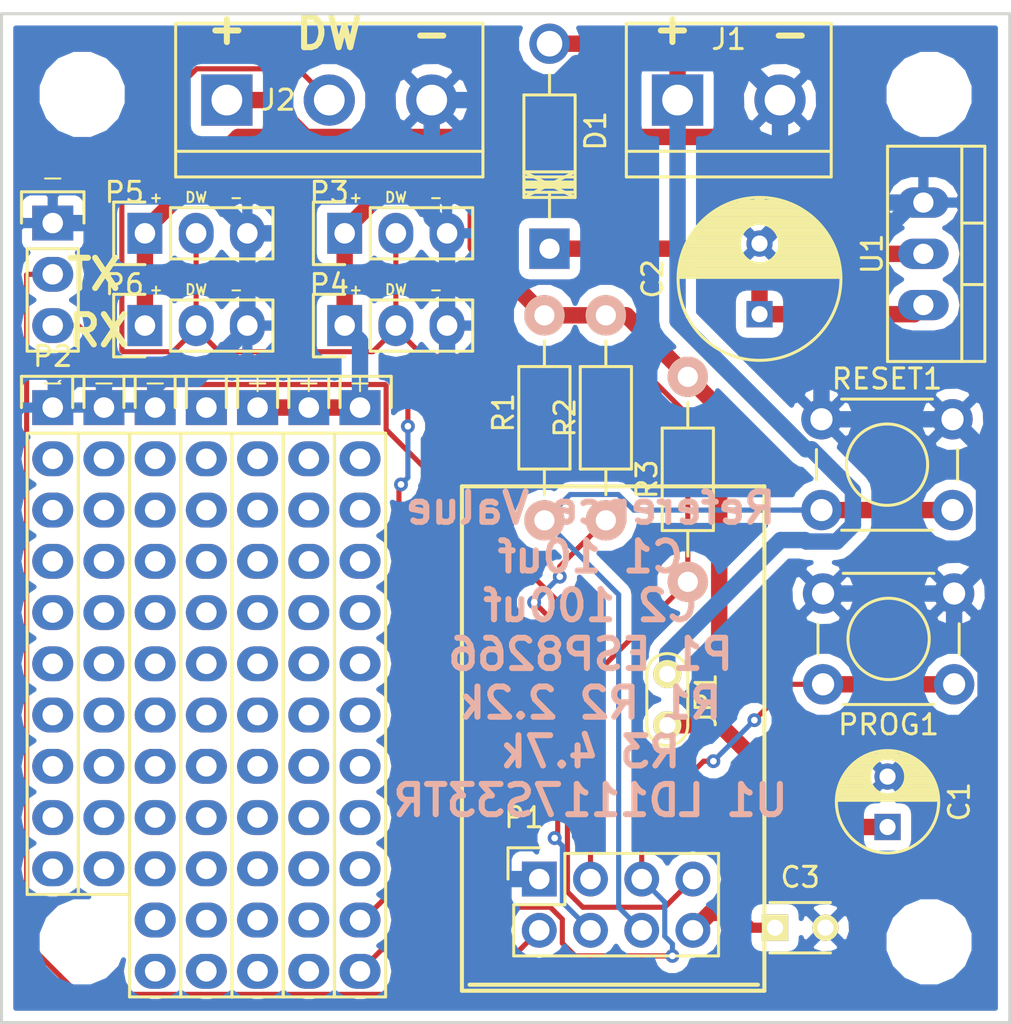
<source format=kicad_pcb>
(kicad_pcb (version 20170123) (host pcbnew no-vcs-found-7587~57~ubuntu16.04.1)

  (general
    (links 53)
    (no_connects 0)
    (area 127.065915 63.0377 190.356943 115.6973)
    (thickness 1.6)
    (drawings 28)
    (tracks 209)
    (zones 0)
    (modules 30)
    (nets 11)
  )

  (page A4)
  (layers
    (0 F.Cu mixed)
    (31 B.Cu mixed)
    (36 B.SilkS user)
    (37 F.SilkS user)
    (38 B.Mask user)
    (39 F.Mask user)
    (44 Edge.Cuts user)
    (47 F.CrtYd user)
  )

  (setup
    (last_trace_width 0.1524)
    (user_trace_width 0.1524)
    (user_trace_width 0.254)
    (user_trace_width 0.381)
    (user_trace_width 0.508)
    (user_trace_width 0.8128)
    (trace_clearance 0.1524)
    (zone_clearance 0.508)
    (zone_45_only no)
    (trace_min 0.1524)
    (segment_width 0.2)
    (edge_width 0.15)
    (via_size 0.6858)
    (via_drill 0.3302)
    (via_min_size 0.6858)
    (via_min_drill 0.3302)
    (uvia_size 0.762)
    (uvia_drill 0.508)
    (uvias_allowed no)
    (uvia_min_size 0)
    (uvia_min_drill 0)
    (pcb_text_width 0.3)
    (pcb_text_size 1.5 1.5)
    (mod_edge_width 0.15)
    (mod_text_size 1 1)
    (mod_text_width 0.15)
    (pad_size 2.032 1.7272)
    (pad_drill 1.016)
    (pad_to_mask_clearance 0.2)
    (aux_axis_origin 134.62 64.3)
    (grid_origin 134.62 64.3)
    (visible_elements FFFFFF7F)
    (pcbplotparams
      (layerselection 0x090f0_ffffffff)
      (usegerberextensions true)
      (excludeedgelayer true)
      (linewidth 0.100000)
      (plotframeref false)
      (viasonmask false)
      (mode 1)
      (useauxorigin true)
      (hpglpennumber 1)
      (hpglpenspeed 20)
      (hpglpendiameter 15)
      (psnegative false)
      (psa4output false)
      (plotreference true)
      (plotvalue true)
      (plotinvisibletext false)
      (padsonsilk false)
      (subtractmaskfromsilk false)
      (outputformat 1)
      (mirror false)
      (drillshape 0)
      (scaleselection 1)
      (outputdirectory gerber/))
  )

  (net 0 "")
  (net 1 +3V3)
  (net 2 GND)
  (net 3 VCC)
  (net 4 TX)
  (net 5 RX)
  (net 6 VDD)
  (net 7 DW)
  (net 8 /CH_PD)
  (net 9 /PROG)
  (net 10 /RST)

  (net_class Default "This is the default net class."
    (clearance 0.1524)
    (trace_width 0.1524)
    (via_dia 0.6858)
    (via_drill 0.3302)
    (uvia_dia 0.762)
    (uvia_drill 0.508)
    (add_net +3V3)
    (add_net /CH_PD)
    (add_net /PROG)
    (add_net /RST)
    (add_net DW)
    (add_net GND)
    (add_net RX)
    (add_net TX)
    (add_net VCC)
    (add_net VDD)
  )

  (net_class test ""
    (clearance 0.3048)
    (trace_width 0.3048)
    (via_dia 0.6858)
    (via_drill 0.3302)
    (uvia_dia 0.762)
    (uvia_drill 0.508)
  )

  (module Socket_Strips:Socket_Strip_Straight_2x04 placed (layer F.Cu) (tedit 5824EDD2) (tstamp 5826DC87)
    (at 161.29 107.188)
    (descr "Through hole socket strip")
    (tags "socket strip")
    (path /5823A171)
    (fp_text reference P1 (at -0.762 -3.048) (layer F.SilkS)
      (effects (font (size 1 1) (thickness 0.15)))
    )
    (fp_text value CONN_02X04 (at 0 -3.1) (layer F.Fab)
      (effects (font (size 1 1) (thickness 0.15)))
    )
    (fp_line (start -1.75 -1.75) (end -1.75 4.3) (layer F.CrtYd) (width 0.05))
    (fp_line (start 9.4 -1.75) (end 9.4 4.3) (layer F.CrtYd) (width 0.05))
    (fp_line (start -1.75 -1.75) (end 9.4 -1.75) (layer F.CrtYd) (width 0.05))
    (fp_line (start -1.75 4.3) (end 9.4 4.3) (layer F.CrtYd) (width 0.05))
    (fp_line (start 1.27 -1.27) (end 8.89 -1.27) (layer F.SilkS) (width 0.15))
    (fp_line (start 8.89 -1.27) (end 8.89 3.81) (layer F.SilkS) (width 0.15))
    (fp_line (start 8.89 3.81) (end -1.27 3.81) (layer F.SilkS) (width 0.15))
    (fp_line (start -1.27 3.81) (end -1.27 1.27) (layer F.SilkS) (width 0.15))
    (fp_line (start 0 -1.55) (end -1.55 -1.55) (layer F.SilkS) (width 0.15))
    (fp_line (start -1.27 1.27) (end 1.27 1.27) (layer F.SilkS) (width 0.15))
    (fp_line (start 1.27 1.27) (end 1.27 -1.27) (layer F.SilkS) (width 0.15))
    (fp_line (start -1.55 -1.55) (end -1.55 0) (layer F.SilkS) (width 0.15))
    (pad 1 thru_hole rect (at 0 0) (size 1.7272 1.7272) (drill 1.016) (layers *.Cu *.Mask)
      (net 2 GND))
    (pad 2 thru_hole oval (at 0 2.54) (size 1.7272 1.7272) (drill 1.016) (layers *.Cu *.Mask)
      (net 4 TX))
    (pad 3 thru_hole oval (at 2.54 0) (size 1.7272 1.7272) (drill 1.016) (layers *.Cu *.Mask)
      (net 7 DW))
    (pad 4 thru_hole oval (at 2.54 2.54) (size 1.7272 1.7272) (drill 1.016) (layers *.Cu *.Mask)
      (net 8 /CH_PD))
    (pad 5 thru_hole oval (at 5.08 0) (size 1.7272 1.7272) (drill 1.016) (layers *.Cu *.Mask)
      (net 9 /PROG))
    (pad 6 thru_hole oval (at 5.08 2.54) (size 1.7272 1.7272) (drill 1.016) (layers *.Cu *.Mask)
      (net 10 /RST))
    (pad 7 thru_hole oval (at 7.62 0) (size 1.7272 1.7272) (drill 1.016) (layers *.Cu *.Mask)
      (net 5 RX))
    (pad 8 thru_hole oval (at 7.62 2.54) (size 1.7272 1.7272) (drill 1.016) (layers *.Cu *.Mask)
      (net 1 +3V3))
    (model Socket_Strips.3dshapes/Socket_Strip_Straight_2x04.wrl
      (at (xyz 0.15 -0.05 0))
      (scale (xyz 1 1 1))
      (rotate (xyz 0 0 180))
    )
  )

  (module Pin_Headers:Pin_Header_Straight_1x12 (layer F.Cu) (tedit 5824E9C7) (tstamp 58346C78)
    (at 149.86 83.82)
    (descr "Through hole pin header")
    (tags "pin header")
    (fp_text reference REF** (at 0 -5.1) (layer F.SilkS) hide
      (effects (font (size 1 1) (thickness 0.15)))
    )
    (fp_text value Pin_Header_Straight_1x12 (at 0 -3.1) (layer F.Fab)
      (effects (font (size 1 1) (thickness 0.15)))
    )
    (fp_line (start -1.75 -1.75) (end -1.75 29.7) (layer F.CrtYd) (width 0.05))
    (fp_line (start 1.75 -1.75) (end 1.75 29.7) (layer F.CrtYd) (width 0.05))
    (fp_line (start -1.75 -1.75) (end 1.75 -1.75) (layer F.CrtYd) (width 0.05))
    (fp_line (start -1.75 29.7) (end 1.75 29.7) (layer F.CrtYd) (width 0.05))
    (fp_line (start 1.27 1.27) (end 1.27 29.21) (layer F.SilkS) (width 0.15))
    (fp_line (start 1.27 29.21) (end -1.27 29.21) (layer F.SilkS) (width 0.15))
    (fp_line (start -1.27 29.21) (end -1.27 1.27) (layer F.SilkS) (width 0.15))
    (fp_line (start 1.55 -1.55) (end 1.55 0) (layer F.SilkS) (width 0.15))
    (fp_line (start 1.27 1.27) (end -1.27 1.27) (layer F.SilkS) (width 0.15))
    (fp_line (start -1.55 0) (end -1.55 -1.55) (layer F.SilkS) (width 0.15))
    (fp_line (start -1.55 -1.55) (end 1.55 -1.55) (layer F.SilkS) (width 0.15))
    (pad 1 thru_hole rect (at 0 0) (size 2.032 1.7272) (drill 1.016) (layers *.Cu *.Mask)
      (net 1 +3V3))
    (pad 2 thru_hole oval (at 0 2.54) (size 2.032 1.7272) (drill 1.016) (layers *.Cu *.Mask))
    (pad 3 thru_hole oval (at 0 5.08) (size 2.032 1.7272) (drill 1.016) (layers *.Cu *.Mask))
    (pad 4 thru_hole oval (at 0 7.62) (size 2.032 1.7272) (drill 1.016) (layers *.Cu *.Mask))
    (pad 5 thru_hole oval (at 0 10.16) (size 2.032 1.7272) (drill 1.016) (layers *.Cu *.Mask))
    (pad 6 thru_hole oval (at 0 12.7) (size 2.032 1.7272) (drill 1.016) (layers *.Cu *.Mask))
    (pad 7 thru_hole oval (at 0 15.24) (size 2.032 1.7272) (drill 1.016) (layers *.Cu *.Mask))
    (pad 8 thru_hole oval (at 0 17.78) (size 2.032 1.7272) (drill 1.016) (layers *.Cu *.Mask))
    (pad 9 thru_hole oval (at 0 20.32) (size 2.032 1.7272) (drill 1.016) (layers *.Cu *.Mask))
    (pad 10 thru_hole oval (at 0 22.86) (size 2.032 1.7272) (drill 1.016) (layers *.Cu *.Mask))
    (pad 11 thru_hole oval (at 0 25.4) (size 2.032 1.7272) (drill 1.016) (layers *.Cu *.Mask))
    (pad 12 thru_hole oval (at 0 27.94) (size 2.032 1.7272) (drill 1.016) (layers *.Cu *.Mask))
  )

  (module Pin_Headers:Pin_Header_Straight_1x12 (layer F.Cu) (tedit 5824E9D6) (tstamp 58346C5E)
    (at 147.32 83.82)
    (descr "Through hole pin header")
    (tags "pin header")
    (fp_text reference REF** (at 0 -5.1) (layer F.SilkS) hide
      (effects (font (size 1 1) (thickness 0.15)))
    )
    (fp_text value Pin_Header_Straight_1x12 (at 0 -3.1) (layer F.Fab)
      (effects (font (size 1 1) (thickness 0.15)))
    )
    (fp_line (start -1.75 -1.75) (end -1.75 29.7) (layer F.CrtYd) (width 0.05))
    (fp_line (start 1.75 -1.75) (end 1.75 29.7) (layer F.CrtYd) (width 0.05))
    (fp_line (start -1.75 -1.75) (end 1.75 -1.75) (layer F.CrtYd) (width 0.05))
    (fp_line (start -1.75 29.7) (end 1.75 29.7) (layer F.CrtYd) (width 0.05))
    (fp_line (start 1.27 1.27) (end 1.27 29.21) (layer F.SilkS) (width 0.15))
    (fp_line (start 1.27 29.21) (end -1.27 29.21) (layer F.SilkS) (width 0.15))
    (fp_line (start -1.27 29.21) (end -1.27 1.27) (layer F.SilkS) (width 0.15))
    (fp_line (start 1.55 -1.55) (end 1.55 0) (layer F.SilkS) (width 0.15))
    (fp_line (start 1.27 1.27) (end -1.27 1.27) (layer F.SilkS) (width 0.15))
    (fp_line (start -1.55 0) (end -1.55 -1.55) (layer F.SilkS) (width 0.15))
    (fp_line (start -1.55 -1.55) (end 1.55 -1.55) (layer F.SilkS) (width 0.15))
    (pad 1 thru_hole rect (at 0 0) (size 2.032 1.7272) (drill 1.016) (layers *.Cu *.Mask)
      (net 1 +3V3))
    (pad 2 thru_hole oval (at 0 2.54) (size 2.032 1.7272) (drill 1.016) (layers *.Cu *.Mask))
    (pad 3 thru_hole oval (at 0 5.08) (size 2.032 1.7272) (drill 1.016) (layers *.Cu *.Mask))
    (pad 4 thru_hole oval (at 0 7.62) (size 2.032 1.7272) (drill 1.016) (layers *.Cu *.Mask))
    (pad 5 thru_hole oval (at 0 10.16) (size 2.032 1.7272) (drill 1.016) (layers *.Cu *.Mask))
    (pad 6 thru_hole oval (at 0 12.7) (size 2.032 1.7272) (drill 1.016) (layers *.Cu *.Mask))
    (pad 7 thru_hole oval (at 0 15.24) (size 2.032 1.7272) (drill 1.016) (layers *.Cu *.Mask))
    (pad 8 thru_hole oval (at 0 17.78) (size 2.032 1.7272) (drill 1.016) (layers *.Cu *.Mask))
    (pad 9 thru_hole oval (at 0 20.32) (size 2.032 1.7272) (drill 1.016) (layers *.Cu *.Mask))
    (pad 10 thru_hole oval (at 0 22.86) (size 2.032 1.7272) (drill 1.016) (layers *.Cu *.Mask))
    (pad 11 thru_hole oval (at 0 25.4) (size 2.032 1.7272) (drill 1.016) (layers *.Cu *.Mask))
    (pad 12 thru_hole oval (at 0 27.94) (size 2.032 1.7272) (drill 1.016) (layers *.Cu *.Mask))
  )

  (module Pin_Headers:Pin_Header_Straight_1x12 (layer F.Cu) (tedit 5824E9DB) (tstamp 58346C44)
    (at 144.78 83.82)
    (descr "Through hole pin header")
    (tags "pin header")
    (fp_text reference REF** (at 0 -5.1) (layer F.SilkS) hide
      (effects (font (size 1 1) (thickness 0.15)))
    )
    (fp_text value Pin_Header_Straight_1x12 (at 0 -3.1) (layer F.Fab)
      (effects (font (size 1 1) (thickness 0.15)))
    )
    (fp_line (start -1.75 -1.75) (end -1.75 29.7) (layer F.CrtYd) (width 0.05))
    (fp_line (start 1.75 -1.75) (end 1.75 29.7) (layer F.CrtYd) (width 0.05))
    (fp_line (start -1.75 -1.75) (end 1.75 -1.75) (layer F.CrtYd) (width 0.05))
    (fp_line (start -1.75 29.7) (end 1.75 29.7) (layer F.CrtYd) (width 0.05))
    (fp_line (start 1.27 1.27) (end 1.27 29.21) (layer F.SilkS) (width 0.15))
    (fp_line (start 1.27 29.21) (end -1.27 29.21) (layer F.SilkS) (width 0.15))
    (fp_line (start -1.27 29.21) (end -1.27 1.27) (layer F.SilkS) (width 0.15))
    (fp_line (start 1.55 -1.55) (end 1.55 0) (layer F.SilkS) (width 0.15))
    (fp_line (start 1.27 1.27) (end -1.27 1.27) (layer F.SilkS) (width 0.15))
    (fp_line (start -1.55 0) (end -1.55 -1.55) (layer F.SilkS) (width 0.15))
    (fp_line (start -1.55 -1.55) (end 1.55 -1.55) (layer F.SilkS) (width 0.15))
    (pad 1 thru_hole rect (at 0 0) (size 2.032 1.7272) (drill 1.016) (layers *.Cu *.Mask))
    (pad 2 thru_hole oval (at 0 2.54) (size 2.032 1.7272) (drill 1.016) (layers *.Cu *.Mask))
    (pad 3 thru_hole oval (at 0 5.08) (size 2.032 1.7272) (drill 1.016) (layers *.Cu *.Mask))
    (pad 4 thru_hole oval (at 0 7.62) (size 2.032 1.7272) (drill 1.016) (layers *.Cu *.Mask))
    (pad 5 thru_hole oval (at 0 10.16) (size 2.032 1.7272) (drill 1.016) (layers *.Cu *.Mask))
    (pad 6 thru_hole oval (at 0 12.7) (size 2.032 1.7272) (drill 1.016) (layers *.Cu *.Mask))
    (pad 7 thru_hole oval (at 0 15.24) (size 2.032 1.7272) (drill 1.016) (layers *.Cu *.Mask))
    (pad 8 thru_hole oval (at 0 17.78) (size 2.032 1.7272) (drill 1.016) (layers *.Cu *.Mask))
    (pad 9 thru_hole oval (at 0 20.32) (size 2.032 1.7272) (drill 1.016) (layers *.Cu *.Mask))
    (pad 10 thru_hole oval (at 0 22.86) (size 2.032 1.7272) (drill 1.016) (layers *.Cu *.Mask))
    (pad 11 thru_hole oval (at 0 25.4) (size 2.032 1.7272) (drill 1.016) (layers *.Cu *.Mask))
    (pad 12 thru_hole oval (at 0 27.94) (size 2.032 1.7272) (drill 1.016) (layers *.Cu *.Mask))
  )

  (module Pin_Headers:Pin_Header_Straight_1x12 (layer F.Cu) (tedit 5824E9E0) (tstamp 58346C2A)
    (at 142.24 83.82)
    (descr "Through hole pin header")
    (tags "pin header")
    (fp_text reference REF** (at 0 -5.1) (layer F.SilkS) hide
      (effects (font (size 1 1) (thickness 0.15)))
    )
    (fp_text value Pin_Header_Straight_1x12 (at 0 -3.1) (layer F.Fab)
      (effects (font (size 1 1) (thickness 0.15)))
    )
    (fp_line (start -1.75 -1.75) (end -1.75 29.7) (layer F.CrtYd) (width 0.05))
    (fp_line (start 1.75 -1.75) (end 1.75 29.7) (layer F.CrtYd) (width 0.05))
    (fp_line (start -1.75 -1.75) (end 1.75 -1.75) (layer F.CrtYd) (width 0.05))
    (fp_line (start -1.75 29.7) (end 1.75 29.7) (layer F.CrtYd) (width 0.05))
    (fp_line (start 1.27 1.27) (end 1.27 29.21) (layer F.SilkS) (width 0.15))
    (fp_line (start 1.27 29.21) (end -1.27 29.21) (layer F.SilkS) (width 0.15))
    (fp_line (start -1.27 29.21) (end -1.27 1.27) (layer F.SilkS) (width 0.15))
    (fp_line (start 1.55 -1.55) (end 1.55 0) (layer F.SilkS) (width 0.15))
    (fp_line (start 1.27 1.27) (end -1.27 1.27) (layer F.SilkS) (width 0.15))
    (fp_line (start -1.55 0) (end -1.55 -1.55) (layer F.SilkS) (width 0.15))
    (fp_line (start -1.55 -1.55) (end 1.55 -1.55) (layer F.SilkS) (width 0.15))
    (pad 1 thru_hole rect (at 0 0) (size 2.032 1.7272) (drill 1.016) (layers *.Cu *.Mask)
      (net 2 GND))
    (pad 2 thru_hole oval (at 0 2.54) (size 2.032 1.7272) (drill 1.016) (layers *.Cu *.Mask))
    (pad 3 thru_hole oval (at 0 5.08) (size 2.032 1.7272) (drill 1.016) (layers *.Cu *.Mask))
    (pad 4 thru_hole oval (at 0 7.62) (size 2.032 1.7272) (drill 1.016) (layers *.Cu *.Mask))
    (pad 5 thru_hole oval (at 0 10.16) (size 2.032 1.7272) (drill 1.016) (layers *.Cu *.Mask))
    (pad 6 thru_hole oval (at 0 12.7) (size 2.032 1.7272) (drill 1.016) (layers *.Cu *.Mask))
    (pad 7 thru_hole oval (at 0 15.24) (size 2.032 1.7272) (drill 1.016) (layers *.Cu *.Mask))
    (pad 8 thru_hole oval (at 0 17.78) (size 2.032 1.7272) (drill 1.016) (layers *.Cu *.Mask))
    (pad 9 thru_hole oval (at 0 20.32) (size 2.032 1.7272) (drill 1.016) (layers *.Cu *.Mask))
    (pad 10 thru_hole oval (at 0 22.86) (size 2.032 1.7272) (drill 1.016) (layers *.Cu *.Mask))
    (pad 11 thru_hole oval (at 0 25.4) (size 2.032 1.7272) (drill 1.016) (layers *.Cu *.Mask))
    (pad 12 thru_hole oval (at 0 27.94) (size 2.032 1.7272) (drill 1.016) (layers *.Cu *.Mask))
  )

  (module Pin_Headers:Pin_Header_Straight_1x10 (layer F.Cu) (tedit 5824E9BF) (tstamp 58346C12)
    (at 139.7 83.82)
    (descr "Through hole pin header")
    (tags "pin header")
    (fp_text reference REF** (at 0 -5.1) (layer F.SilkS) hide
      (effects (font (size 1 1) (thickness 0.15)))
    )
    (fp_text value Pin_Header_Straight_1x10 (at 0 -3.1) (layer F.Fab)
      (effects (font (size 1 1) (thickness 0.15)))
    )
    (fp_line (start -1.75 -1.75) (end -1.75 24.65) (layer F.CrtYd) (width 0.05))
    (fp_line (start 1.75 -1.75) (end 1.75 24.65) (layer F.CrtYd) (width 0.05))
    (fp_line (start -1.75 -1.75) (end 1.75 -1.75) (layer F.CrtYd) (width 0.05))
    (fp_line (start -1.75 24.65) (end 1.75 24.65) (layer F.CrtYd) (width 0.05))
    (fp_line (start 1.27 1.27) (end 1.27 24.13) (layer F.SilkS) (width 0.15))
    (fp_line (start 1.27 24.13) (end -1.27 24.13) (layer F.SilkS) (width 0.15))
    (fp_line (start -1.27 24.13) (end -1.27 1.27) (layer F.SilkS) (width 0.15))
    (fp_line (start 1.55 -1.55) (end 1.55 0) (layer F.SilkS) (width 0.15))
    (fp_line (start 1.27 1.27) (end -1.27 1.27) (layer F.SilkS) (width 0.15))
    (fp_line (start -1.55 0) (end -1.55 -1.55) (layer F.SilkS) (width 0.15))
    (fp_line (start -1.55 -1.55) (end 1.55 -1.55) (layer F.SilkS) (width 0.15))
    (pad 1 thru_hole rect (at 0 0) (size 2.032 1.7272) (drill 1.016) (layers *.Cu *.Mask)
      (net 2 GND))
    (pad 2 thru_hole oval (at 0 2.54) (size 2.032 1.7272) (drill 1.016) (layers *.Cu *.Mask))
    (pad 3 thru_hole oval (at 0 5.08) (size 2.032 1.7272) (drill 1.016) (layers *.Cu *.Mask))
    (pad 4 thru_hole oval (at 0 7.62) (size 2.032 1.7272) (drill 1.016) (layers *.Cu *.Mask))
    (pad 5 thru_hole oval (at 0 10.16) (size 2.032 1.7272) (drill 1.016) (layers *.Cu *.Mask))
    (pad 6 thru_hole oval (at 0 12.7) (size 2.032 1.7272) (drill 1.016) (layers *.Cu *.Mask))
    (pad 7 thru_hole oval (at 0 15.24) (size 2.032 1.7272) (drill 1.016) (layers *.Cu *.Mask))
    (pad 8 thru_hole oval (at 0 17.78) (size 2.032 1.7272) (drill 1.016) (layers *.Cu *.Mask))
    (pad 9 thru_hole oval (at 0 20.32) (size 2.032 1.7272) (drill 1.016) (layers *.Cu *.Mask))
    (pad 10 thru_hole oval (at 0 22.86) (size 2.032 1.7272) (drill 1.016) (layers *.Cu *.Mask))
  )

  (module Pin_Headers:Pin_Header_Straight_1x12 (layer F.Cu) (tedit 58251AA8) (tstamp 5824E255)
    (at 152.4 83.82)
    (descr "Through hole pin header")
    (tags "pin header")
    (fp_text reference REF** (at 0 -5.1) (layer F.SilkS) hide
      (effects (font (size 1 1) (thickness 0.15)))
    )
    (fp_text value Pin_Header_Straight_1x12 (at 0 -3.1) (layer F.Fab)
      (effects (font (size 1 1) (thickness 0.15)))
    )
    (fp_line (start -1.55 -1.55) (end 1.55 -1.55) (layer F.SilkS) (width 0.15))
    (fp_line (start -1.55 0) (end -1.55 -1.55) (layer F.SilkS) (width 0.15))
    (fp_line (start 1.27 1.27) (end -1.27 1.27) (layer F.SilkS) (width 0.15))
    (fp_line (start 1.55 -1.55) (end 1.55 0) (layer F.SilkS) (width 0.15))
    (fp_line (start -1.27 29.21) (end -1.27 1.27) (layer F.SilkS) (width 0.15))
    (fp_line (start 1.27 29.21) (end -1.27 29.21) (layer F.SilkS) (width 0.15))
    (fp_line (start 1.27 1.27) (end 1.27 29.21) (layer F.SilkS) (width 0.15))
    (fp_line (start -1.75 29.7) (end 1.75 29.7) (layer F.CrtYd) (width 0.05))
    (fp_line (start -1.75 -1.75) (end 1.75 -1.75) (layer F.CrtYd) (width 0.05))
    (fp_line (start 1.75 -1.75) (end 1.75 29.7) (layer F.CrtYd) (width 0.05))
    (fp_line (start -1.75 -1.75) (end -1.75 29.7) (layer F.CrtYd) (width 0.05))
    (pad 12 thru_hole oval (at 0 27.94) (size 2.032 1.7272) (drill 1.016) (layers *.Cu *.Mask)
      (net 9 /PROG))
    (pad 11 thru_hole oval (at 0 25.4) (size 2.032 1.7272) (drill 1.016) (layers *.Cu *.Mask)
      (net 7 DW))
    (pad 10 thru_hole oval (at 0 22.86) (size 2.032 1.7272) (drill 1.016) (layers *.Cu *.Mask))
    (pad 9 thru_hole oval (at 0 20.32) (size 2.032 1.7272) (drill 1.016) (layers *.Cu *.Mask))
    (pad 8 thru_hole oval (at 0 17.78) (size 2.032 1.7272) (drill 1.016) (layers *.Cu *.Mask))
    (pad 7 thru_hole oval (at 0 15.24) (size 2.032 1.7272) (drill 1.016) (layers *.Cu *.Mask))
    (pad 6 thru_hole oval (at 0 12.7) (size 2.032 1.7272) (drill 1.016) (layers *.Cu *.Mask))
    (pad 5 thru_hole oval (at 0 10.16) (size 2.032 1.7272) (drill 1.016) (layers *.Cu *.Mask))
    (pad 4 thru_hole oval (at 0 7.62) (size 2.032 1.7272) (drill 1.016) (layers *.Cu *.Mask))
    (pad 3 thru_hole oval (at 0 5.08) (size 2.032 1.7272) (drill 1.016) (layers *.Cu *.Mask))
    (pad 2 thru_hole oval (at 0 2.54) (size 2.032 1.7272) (drill 1.016) (layers *.Cu *.Mask))
    (pad 1 thru_hole rect (at 0 0) (size 2.032 1.7272) (drill 1.016) (layers *.Cu *.Mask)
      (net 1 +3V3))
  )

  (module Pin_Headers:Pin_Header_Straight_1x10 (layer F.Cu) (tedit 5824E9B8) (tstamp 5824E246)
    (at 137.16 83.82)
    (descr "Through hole pin header")
    (tags "pin header")
    (fp_text reference REF** (at 0 -5.1) (layer F.SilkS) hide
      (effects (font (size 1 1) (thickness 0.15)))
    )
    (fp_text value Pin_Header_Straight_1x10 (at 0 -3.1) (layer F.Fab)
      (effects (font (size 1 1) (thickness 0.15)))
    )
    (fp_line (start -1.55 -1.55) (end 1.55 -1.55) (layer F.SilkS) (width 0.15))
    (fp_line (start -1.55 0) (end -1.55 -1.55) (layer F.SilkS) (width 0.15))
    (fp_line (start 1.27 1.27) (end -1.27 1.27) (layer F.SilkS) (width 0.15))
    (fp_line (start 1.55 -1.55) (end 1.55 0) (layer F.SilkS) (width 0.15))
    (fp_line (start -1.27 24.13) (end -1.27 1.27) (layer F.SilkS) (width 0.15))
    (fp_line (start 1.27 24.13) (end -1.27 24.13) (layer F.SilkS) (width 0.15))
    (fp_line (start 1.27 1.27) (end 1.27 24.13) (layer F.SilkS) (width 0.15))
    (fp_line (start -1.75 24.65) (end 1.75 24.65) (layer F.CrtYd) (width 0.05))
    (fp_line (start -1.75 -1.75) (end 1.75 -1.75) (layer F.CrtYd) (width 0.05))
    (fp_line (start 1.75 -1.75) (end 1.75 24.65) (layer F.CrtYd) (width 0.05))
    (fp_line (start -1.75 -1.75) (end -1.75 24.65) (layer F.CrtYd) (width 0.05))
    (pad 10 thru_hole oval (at 0 22.86) (size 2.032 1.7272) (drill 1.016) (layers *.Cu *.Mask))
    (pad 9 thru_hole oval (at 0 20.32) (size 2.032 1.7272) (drill 1.016) (layers *.Cu *.Mask))
    (pad 8 thru_hole oval (at 0 17.78) (size 2.032 1.7272) (drill 1.016) (layers *.Cu *.Mask))
    (pad 7 thru_hole oval (at 0 15.24) (size 2.032 1.7272) (drill 1.016) (layers *.Cu *.Mask))
    (pad 6 thru_hole oval (at 0 12.7) (size 2.032 1.7272) (drill 1.016) (layers *.Cu *.Mask))
    (pad 5 thru_hole oval (at 0 10.16) (size 2.032 1.7272) (drill 1.016) (layers *.Cu *.Mask))
    (pad 4 thru_hole oval (at 0 7.62) (size 2.032 1.7272) (drill 1.016) (layers *.Cu *.Mask))
    (pad 3 thru_hole oval (at 0 5.08) (size 2.032 1.7272) (drill 1.016) (layers *.Cu *.Mask))
    (pad 2 thru_hole oval (at 0 2.54) (size 2.032 1.7272) (drill 1.016) (layers *.Cu *.Mask))
    (pad 1 thru_hole rect (at 0 0) (size 2.032 1.7272) (drill 1.016) (layers *.Cu *.Mask)
      (net 2 GND))
  )

  (module Mounting_Holes:MountingHole_3.2mm_M3 locked (layer F.Cu) (tedit 5823DCDE) (tstamp 583BFDCF)
    (at 180.62 68.3)
    (descr "Mounting Hole 3.2mm, no annular, M3")
    (tags "mounting hole 3.2mm no annular m3")
    (fp_text reference REF** (at 0 -4.2) (layer F.SilkS) hide
      (effects (font (size 1 1) (thickness 0.15)))
    )
    (fp_text value MountingHole_3.2mm_M3 (at 0 4.2) (layer F.Fab)
      (effects (font (size 1 1) (thickness 0.15)))
    )
    (fp_circle (center 0 0) (end 3.2 0) (layer Cmts.User) (width 0.15))
    (fp_circle (center 0 0) (end 3.45 0) (layer F.CrtYd) (width 0.05))
    (pad 1 np_thru_hole circle (at 0 0) (size 3.2 3.2) (drill 3.2) (layers *.Cu *.Mask))
  )

  (module Mounting_Holes:MountingHole_3.2mm_M3 locked (layer F.Cu) (tedit 5823DCD7) (tstamp 583BFDC9)
    (at 138.62 68.3)
    (descr "Mounting Hole 3.2mm, no annular, M3")
    (tags "mounting hole 3.2mm no annular m3")
    (fp_text reference REF** (at 0 -4.2) (layer F.SilkS) hide
      (effects (font (size 1 1) (thickness 0.15)))
    )
    (fp_text value MountingHole_3.2mm_M3 (at 0 4.2) (layer F.Fab)
      (effects (font (size 1 1) (thickness 0.15)))
    )
    (fp_circle (center 0 0) (end 3.2 0) (layer Cmts.User) (width 0.15))
    (fp_circle (center 0 0) (end 3.45 0) (layer F.CrtYd) (width 0.05))
    (pad 1 np_thru_hole circle (at 0 0) (size 3.2 3.2) (drill 3.2) (layers *.Cu *.Mask))
  )

  (module Mounting_Holes:MountingHole_3.2mm_M3 locked (layer F.Cu) (tedit 5823DCEA) (tstamp 583BFDC3)
    (at 138.62 110.3)
    (descr "Mounting Hole 3.2mm, no annular, M3")
    (tags "mounting hole 3.2mm no annular m3")
    (fp_text reference REF** (at 0 -4.2) (layer F.SilkS) hide
      (effects (font (size 1 1) (thickness 0.15)))
    )
    (fp_text value MountingHole_3.2mm_M3 (at 0 4.2) (layer F.Fab)
      (effects (font (size 1 1) (thickness 0.15)))
    )
    (fp_circle (center 0 0) (end 3.2 0) (layer Cmts.User) (width 0.15))
    (fp_circle (center 0 0) (end 3.45 0) (layer F.CrtYd) (width 0.05))
    (pad 1 np_thru_hole circle (at 0 0) (size 3.2 3.2) (drill 3.2) (layers *.Cu *.Mask))
  )

  (module Capacitors_THT:C_Radial_D5_L6_P2.5 placed (layer F.Cu) (tedit 0) (tstamp 5826DC62)
    (at 178.562 104.608 90)
    (descr "Radial Electrolytic Capacitor Diameter 5mm x Length 6mm, Pitch 2.5mm")
    (tags "Electrolytic Capacitor")
    (path /5823A471)
    (fp_text reference C1 (at 1.25 3.556 90) (layer F.SilkS)
      (effects (font (size 1 1) (thickness 0.15)))
    )
    (fp_text value 10uf (at 1.25 3.8 90) (layer F.Fab)
      (effects (font (size 1 1) (thickness 0.15)))
    )
    (fp_line (start 1.325 -2.499) (end 1.325 2.499) (layer F.SilkS) (width 0.15))
    (fp_line (start 1.465 -2.491) (end 1.465 2.491) (layer F.SilkS) (width 0.15))
    (fp_line (start 1.605 -2.475) (end 1.605 -0.095) (layer F.SilkS) (width 0.15))
    (fp_line (start 1.605 0.095) (end 1.605 2.475) (layer F.SilkS) (width 0.15))
    (fp_line (start 1.745 -2.451) (end 1.745 -0.49) (layer F.SilkS) (width 0.15))
    (fp_line (start 1.745 0.49) (end 1.745 2.451) (layer F.SilkS) (width 0.15))
    (fp_line (start 1.885 -2.418) (end 1.885 -0.657) (layer F.SilkS) (width 0.15))
    (fp_line (start 1.885 0.657) (end 1.885 2.418) (layer F.SilkS) (width 0.15))
    (fp_line (start 2.025 -2.377) (end 2.025 -0.764) (layer F.SilkS) (width 0.15))
    (fp_line (start 2.025 0.764) (end 2.025 2.377) (layer F.SilkS) (width 0.15))
    (fp_line (start 2.165 -2.327) (end 2.165 -0.835) (layer F.SilkS) (width 0.15))
    (fp_line (start 2.165 0.835) (end 2.165 2.327) (layer F.SilkS) (width 0.15))
    (fp_line (start 2.305 -2.266) (end 2.305 -0.879) (layer F.SilkS) (width 0.15))
    (fp_line (start 2.305 0.879) (end 2.305 2.266) (layer F.SilkS) (width 0.15))
    (fp_line (start 2.445 -2.196) (end 2.445 -0.898) (layer F.SilkS) (width 0.15))
    (fp_line (start 2.445 0.898) (end 2.445 2.196) (layer F.SilkS) (width 0.15))
    (fp_line (start 2.585 -2.114) (end 2.585 -0.896) (layer F.SilkS) (width 0.15))
    (fp_line (start 2.585 0.896) (end 2.585 2.114) (layer F.SilkS) (width 0.15))
    (fp_line (start 2.725 -2.019) (end 2.725 -0.871) (layer F.SilkS) (width 0.15))
    (fp_line (start 2.725 0.871) (end 2.725 2.019) (layer F.SilkS) (width 0.15))
    (fp_line (start 2.865 -1.908) (end 2.865 -0.823) (layer F.SilkS) (width 0.15))
    (fp_line (start 2.865 0.823) (end 2.865 1.908) (layer F.SilkS) (width 0.15))
    (fp_line (start 3.005 -1.78) (end 3.005 -0.745) (layer F.SilkS) (width 0.15))
    (fp_line (start 3.005 0.745) (end 3.005 1.78) (layer F.SilkS) (width 0.15))
    (fp_line (start 3.145 -1.631) (end 3.145 -0.628) (layer F.SilkS) (width 0.15))
    (fp_line (start 3.145 0.628) (end 3.145 1.631) (layer F.SilkS) (width 0.15))
    (fp_line (start 3.285 -1.452) (end 3.285 -0.44) (layer F.SilkS) (width 0.15))
    (fp_line (start 3.285 0.44) (end 3.285 1.452) (layer F.SilkS) (width 0.15))
    (fp_line (start 3.425 -1.233) (end 3.425 1.233) (layer F.SilkS) (width 0.15))
    (fp_line (start 3.565 -0.944) (end 3.565 0.944) (layer F.SilkS) (width 0.15))
    (fp_line (start 3.705 -0.472) (end 3.705 0.472) (layer F.SilkS) (width 0.15))
    (fp_circle (center 2.5 0) (end 2.5 -0.9) (layer F.SilkS) (width 0.15))
    (fp_circle (center 1.25 0) (end 1.25 -2.5375) (layer F.SilkS) (width 0.15))
    (fp_circle (center 1.25 0) (end 1.25 -2.8) (layer F.CrtYd) (width 0.05))
    (pad 1 thru_hole rect (at 0 0 90) (size 1.3 1.3) (drill 0.8) (layers *.Cu *.Mask)
      (net 1 +3V3))
    (pad 2 thru_hole circle (at 2.5 0 90) (size 1.3 1.3) (drill 0.8) (layers *.Cu *.Mask)
      (net 2 GND))
    (model Capacitors_ThroughHole.3dshapes/C_Radial_D5_L6_P2.5.wrl
      (at (xyz 0.0492126 0 0))
      (scale (xyz 1 1 1))
      (rotate (xyz 0 0 90))
    )
  )

  (module Diodes_THT:Diode_DO-41_SOD81_Horizontal_RM10 placed (layer F.Cu) (tedit 552FFCCE) (tstamp 5826DC6E)
    (at 161.80054 75.946 90)
    (descr "Diode, DO-41, SOD81, Horizontal, RM 10mm,")
    (tags "Diode, DO-41, SOD81, Horizontal, RM 10mm, 1N4007, SB140,")
    (path /5823A53F)
    (fp_text reference D1 (at 5.842 2.28346 90) (layer F.SilkS)
      (effects (font (size 1 1) (thickness 0.15)))
    )
    (fp_text value D (at 4.37134 -3.55854 90) (layer F.Fab)
      (effects (font (size 1 1) (thickness 0.15)))
    )
    (fp_line (start 7.62 -0.00254) (end 8.636 -0.00254) (layer F.SilkS) (width 0.15))
    (fp_line (start 2.794 -0.00254) (end 1.524 -0.00254) (layer F.SilkS) (width 0.15))
    (fp_line (start 3.048 -1.27254) (end 3.048 1.26746) (layer F.SilkS) (width 0.15))
    (fp_line (start 3.302 -1.27254) (end 3.302 1.26746) (layer F.SilkS) (width 0.15))
    (fp_line (start 3.556 -1.27254) (end 3.556 1.26746) (layer F.SilkS) (width 0.15))
    (fp_line (start 2.794 -1.27254) (end 2.794 1.26746) (layer F.SilkS) (width 0.15))
    (fp_line (start 3.81 -1.27254) (end 2.54 1.26746) (layer F.SilkS) (width 0.15))
    (fp_line (start 2.54 -1.27254) (end 3.81 1.26746) (layer F.SilkS) (width 0.15))
    (fp_line (start 3.81 -1.27254) (end 3.81 1.26746) (layer F.SilkS) (width 0.15))
    (fp_line (start 3.175 -1.27254) (end 3.175 1.26746) (layer F.SilkS) (width 0.15))
    (fp_line (start 2.54 1.26746) (end 2.54 -1.27254) (layer F.SilkS) (width 0.15))
    (fp_line (start 2.54 -1.27254) (end 7.62 -1.27254) (layer F.SilkS) (width 0.15))
    (fp_line (start 7.62 -1.27254) (end 7.62 1.26746) (layer F.SilkS) (width 0.15))
    (fp_line (start 7.62 1.26746) (end 2.54 1.26746) (layer F.SilkS) (width 0.15))
    (pad 2 thru_hole circle (at 10.16 -0.00254 270) (size 1.99898 1.99898) (drill 1.27) (layers *.Cu *.Mask)
      (net 3 VCC))
    (pad 1 thru_hole rect (at 0 -0.00254 270) (size 1.99898 1.99898) (drill 1.00076) (layers *.Cu *.Mask)
      (net 6 VDD))
  )

  (module Connectors:bornier3 placed (layer F.Cu) (tedit 0) (tstamp 5826DC7B)
    (at 150.876 68.58)
    (descr "Bornier d'alimentation 3 pins")
    (tags DEV)
    (path /5823AB66)
    (fp_text reference J2 (at -2.54 0) (layer F.SilkS)
      (effects (font (size 1 1) (thickness 0.15)))
    )
    (fp_text value Screw_Terminal_1x03 (at 0 5.08) (layer F.Fab)
      (effects (font (size 1 1) (thickness 0.15)))
    )
    (fp_line (start -7.62 3.81) (end -7.62 -3.81) (layer F.SilkS) (width 0.15))
    (fp_line (start 7.62 3.81) (end 7.62 -3.81) (layer F.SilkS) (width 0.15))
    (fp_line (start -7.62 2.54) (end 7.62 2.54) (layer F.SilkS) (width 0.15))
    (fp_line (start -7.62 -3.81) (end 7.62 -3.81) (layer F.SilkS) (width 0.15))
    (fp_line (start -7.62 3.81) (end 7.62 3.81) (layer F.SilkS) (width 0.15))
    (pad 1 thru_hole rect (at -5.08 0) (size 2.54 2.54) (drill 1.524) (layers *.Cu *.Mask)
      (net 1 +3V3))
    (pad 2 thru_hole circle (at 0 0) (size 2.54 2.54) (drill 1.524) (layers *.Cu *.Mask)
      (net 7 DW))
    (pad 3 thru_hole circle (at 5.08 0) (size 2.54 2.54) (drill 1.524) (layers *.Cu *.Mask)
      (net 2 GND))
    (model Connect.3dshapes/bornier3.wrl
      (at (xyz 0 0 0))
      (scale (xyz 1 1 1))
      (rotate (xyz 0 0 0))
    )
  )

  (module Pin_Headers:Pin_Header_Straight_1x03 placed (layer F.Cu) (tedit 0) (tstamp 5826DC8E)
    (at 137.16 74.676)
    (descr "Through hole pin header")
    (tags "pin header")
    (path /5823AA50)
    (fp_text reference P2 (at 0 6.604) (layer F.SilkS)
      (effects (font (size 1 1) (thickness 0.15)))
    )
    (fp_text value CONN_01X03 (at 0 -3.1) (layer F.Fab)
      (effects (font (size 1 1) (thickness 0.15)))
    )
    (fp_line (start -1.75 -1.75) (end -1.75 6.85) (layer F.CrtYd) (width 0.05))
    (fp_line (start 1.75 -1.75) (end 1.75 6.85) (layer F.CrtYd) (width 0.05))
    (fp_line (start -1.75 -1.75) (end 1.75 -1.75) (layer F.CrtYd) (width 0.05))
    (fp_line (start -1.75 6.85) (end 1.75 6.85) (layer F.CrtYd) (width 0.05))
    (fp_line (start -1.27 1.27) (end -1.27 6.35) (layer F.SilkS) (width 0.15))
    (fp_line (start -1.27 6.35) (end 1.27 6.35) (layer F.SilkS) (width 0.15))
    (fp_line (start 1.27 6.35) (end 1.27 1.27) (layer F.SilkS) (width 0.15))
    (fp_line (start 1.55 -1.55) (end 1.55 0) (layer F.SilkS) (width 0.15))
    (fp_line (start 1.27 1.27) (end -1.27 1.27) (layer F.SilkS) (width 0.15))
    (fp_line (start -1.55 0) (end -1.55 -1.55) (layer F.SilkS) (width 0.15))
    (fp_line (start -1.55 -1.55) (end 1.55 -1.55) (layer F.SilkS) (width 0.15))
    (pad 1 thru_hole rect (at 0 0) (size 2.032 1.7272) (drill 1.016) (layers *.Cu *.Mask)
      (net 2 GND))
    (pad 2 thru_hole oval (at 0 2.54) (size 2.032 1.7272) (drill 1.016) (layers *.Cu *.Mask)
      (net 4 TX))
    (pad 3 thru_hole oval (at 0 5.08) (size 2.032 1.7272) (drill 1.016) (layers *.Cu *.Mask)
      (net 5 RX))
    (model Pin_Headers.3dshapes/Pin_Header_Straight_1x03.wrl
      (at (xyz 0 -0.1 0))
      (scale (xyz 1 1 1))
      (rotate (xyz 0 0 90))
    )
  )

  (module TO_SOT_Packages_THT:TO-220_Neutral123_Vertical placed (layer F.Cu) (tedit 0) (tstamp 5826DCB7)
    (at 180.34 76.2 270)
    (descr "TO-220, Neutral, Vertical,")
    (tags "TO-220, Neutral, Vertical,")
    (path /582742FF)
    (fp_text reference U1 (at 0 2.54 270) (layer F.SilkS)
      (effects (font (size 1 1) (thickness 0.15)))
    )
    (fp_text value LD1117S33TR (at 0 3.81 270) (layer F.Fab)
      (effects (font (size 1 1) (thickness 0.15)))
    )
    (fp_line (start -1.524 -3.048) (end -1.524 -1.905) (layer F.SilkS) (width 0.15))
    (fp_line (start 1.524 -3.048) (end 1.524 -1.905) (layer F.SilkS) (width 0.15))
    (fp_line (start 5.334 -1.905) (end 5.334 1.778) (layer F.SilkS) (width 0.15))
    (fp_line (start 5.334 1.778) (end -5.334 1.778) (layer F.SilkS) (width 0.15))
    (fp_line (start -5.334 1.778) (end -5.334 -1.905) (layer F.SilkS) (width 0.15))
    (fp_line (start 5.334 -3.048) (end 5.334 -1.905) (layer F.SilkS) (width 0.15))
    (fp_line (start 5.334 -1.905) (end -5.334 -1.905) (layer F.SilkS) (width 0.15))
    (fp_line (start -5.334 -1.905) (end -5.334 -3.048) (layer F.SilkS) (width 0.15))
    (fp_line (start 0 -3.048) (end -5.334 -3.048) (layer F.SilkS) (width 0.15))
    (fp_line (start 0 -3.048) (end 5.334 -3.048) (layer F.SilkS) (width 0.15))
    (pad 2 thru_hole oval (at 0 0) (size 2.49936 1.50114) (drill 1.00076) (layers *.Cu *.Mask)
      (net 1 +3V3))
    (pad 1 thru_hole oval (at -2.54 0) (size 2.49936 1.50114) (drill 1.00076) (layers *.Cu *.Mask)
      (net 2 GND))
    (pad 3 thru_hole oval (at 2.54 0) (size 2.49936 1.50114) (drill 1.00076) (layers *.Cu *.Mask)
      (net 6 VDD))
    (model TO_SOT_Packages_THT.3dshapes/TO-220_Neutral123_Vertical.wrl
      (at (xyz 0 0 0))
      (scale (xyz 0.3937 0.3937 0.3937))
      (rotate (xyz 0 0 0))
    )
  )

  (module Mounting_Holes:MountingHole_3.2mm_M3 locked (layer F.Cu) (tedit 5823DCE4) (tstamp 5826DEAF)
    (at 180.62 110.3)
    (descr "Mounting Hole 3.2mm, no annular, M3")
    (tags "mounting hole 3.2mm no annular m3")
    (fp_text reference REF** (at 0 -4.2) (layer F.SilkS) hide
      (effects (font (size 1 1) (thickness 0.15)))
    )
    (fp_text value MountingHole_3.2mm_M3 (at 0 4.2) (layer F.Fab)
      (effects (font (size 1 1) (thickness 0.15)))
    )
    (fp_circle (center 0 0) (end 3.2 0) (layer Cmts.User) (width 0.15))
    (fp_circle (center 0 0) (end 3.45 0) (layer F.CrtYd) (width 0.05))
    (pad 1 np_thru_hole circle (at 0 0) (size 3.2 3.2) (drill 3.2) (layers *.Cu *.Mask))
  )

  (module Capacitors_THT:C_Radial_D8_L11.5_P3.5 (layer F.Cu) (tedit 0) (tstamp 58248EAE)
    (at 172.212 79.192 90)
    (descr "Radial Electrolytic Capacitor Diameter 8mm x Length 11.5mm, Pitch 3.5mm")
    (tags "Electrolytic Capacitor")
    (path /5823A34F)
    (fp_text reference C2 (at 1.75 -5.3 90) (layer F.SilkS)
      (effects (font (size 1 1) (thickness 0.15)))
    )
    (fp_text value 100uf (at 1.75 5.3 90) (layer F.Fab)
      (effects (font (size 1 1) (thickness 0.15)))
    )
    (fp_line (start 1.825 -3.999) (end 1.825 3.999) (layer F.SilkS) (width 0.15))
    (fp_line (start 1.965 -3.994) (end 1.965 3.994) (layer F.SilkS) (width 0.15))
    (fp_line (start 2.105 -3.984) (end 2.105 3.984) (layer F.SilkS) (width 0.15))
    (fp_line (start 2.245 -3.969) (end 2.245 3.969) (layer F.SilkS) (width 0.15))
    (fp_line (start 2.385 -3.949) (end 2.385 3.949) (layer F.SilkS) (width 0.15))
    (fp_line (start 2.525 -3.924) (end 2.525 -0.222) (layer F.SilkS) (width 0.15))
    (fp_line (start 2.525 0.222) (end 2.525 3.924) (layer F.SilkS) (width 0.15))
    (fp_line (start 2.665 -3.894) (end 2.665 -0.55) (layer F.SilkS) (width 0.15))
    (fp_line (start 2.665 0.55) (end 2.665 3.894) (layer F.SilkS) (width 0.15))
    (fp_line (start 2.805 -3.858) (end 2.805 -0.719) (layer F.SilkS) (width 0.15))
    (fp_line (start 2.805 0.719) (end 2.805 3.858) (layer F.SilkS) (width 0.15))
    (fp_line (start 2.945 -3.817) (end 2.945 -0.832) (layer F.SilkS) (width 0.15))
    (fp_line (start 2.945 0.832) (end 2.945 3.817) (layer F.SilkS) (width 0.15))
    (fp_line (start 3.085 -3.771) (end 3.085 -0.91) (layer F.SilkS) (width 0.15))
    (fp_line (start 3.085 0.91) (end 3.085 3.771) (layer F.SilkS) (width 0.15))
    (fp_line (start 3.225 -3.718) (end 3.225 -0.961) (layer F.SilkS) (width 0.15))
    (fp_line (start 3.225 0.961) (end 3.225 3.718) (layer F.SilkS) (width 0.15))
    (fp_line (start 3.365 -3.659) (end 3.365 -0.991) (layer F.SilkS) (width 0.15))
    (fp_line (start 3.365 0.991) (end 3.365 3.659) (layer F.SilkS) (width 0.15))
    (fp_line (start 3.505 -3.594) (end 3.505 -1) (layer F.SilkS) (width 0.15))
    (fp_line (start 3.505 1) (end 3.505 3.594) (layer F.SilkS) (width 0.15))
    (fp_line (start 3.645 -3.523) (end 3.645 -0.989) (layer F.SilkS) (width 0.15))
    (fp_line (start 3.645 0.989) (end 3.645 3.523) (layer F.SilkS) (width 0.15))
    (fp_line (start 3.785 -3.444) (end 3.785 -0.959) (layer F.SilkS) (width 0.15))
    (fp_line (start 3.785 0.959) (end 3.785 3.444) (layer F.SilkS) (width 0.15))
    (fp_line (start 3.925 -3.357) (end 3.925 -0.905) (layer F.SilkS) (width 0.15))
    (fp_line (start 3.925 0.905) (end 3.925 3.357) (layer F.SilkS) (width 0.15))
    (fp_line (start 4.065 -3.262) (end 4.065 -0.825) (layer F.SilkS) (width 0.15))
    (fp_line (start 4.065 0.825) (end 4.065 3.262) (layer F.SilkS) (width 0.15))
    (fp_line (start 4.205 -3.158) (end 4.205 -0.709) (layer F.SilkS) (width 0.15))
    (fp_line (start 4.205 0.709) (end 4.205 3.158) (layer F.SilkS) (width 0.15))
    (fp_line (start 4.345 -3.044) (end 4.345 -0.535) (layer F.SilkS) (width 0.15))
    (fp_line (start 4.345 0.535) (end 4.345 3.044) (layer F.SilkS) (width 0.15))
    (fp_line (start 4.485 -2.919) (end 4.485 -0.173) (layer F.SilkS) (width 0.15))
    (fp_line (start 4.485 0.173) (end 4.485 2.919) (layer F.SilkS) (width 0.15))
    (fp_line (start 4.625 -2.781) (end 4.625 2.781) (layer F.SilkS) (width 0.15))
    (fp_line (start 4.765 -2.629) (end 4.765 2.629) (layer F.SilkS) (width 0.15))
    (fp_line (start 4.905 -2.459) (end 4.905 2.459) (layer F.SilkS) (width 0.15))
    (fp_line (start 5.045 -2.268) (end 5.045 2.268) (layer F.SilkS) (width 0.15))
    (fp_line (start 5.185 -2.05) (end 5.185 2.05) (layer F.SilkS) (width 0.15))
    (fp_line (start 5.325 -1.794) (end 5.325 1.794) (layer F.SilkS) (width 0.15))
    (fp_line (start 5.465 -1.483) (end 5.465 1.483) (layer F.SilkS) (width 0.15))
    (fp_line (start 5.605 -1.067) (end 5.605 1.067) (layer F.SilkS) (width 0.15))
    (fp_line (start 5.745 -0.2) (end 5.745 0.2) (layer F.SilkS) (width 0.15))
    (fp_circle (center 3.5 0) (end 3.5 -1) (layer F.SilkS) (width 0.15))
    (fp_circle (center 1.75 0) (end 1.75 -4.0375) (layer F.SilkS) (width 0.15))
    (fp_circle (center 1.75 0) (end 1.75 -4.3) (layer F.CrtYd) (width 0.05))
    (pad 2 thru_hole circle (at 3.5 0 90) (size 1.3 1.3) (drill 0.8) (layers *.Cu *.Mask)
      (net 2 GND))
    (pad 1 thru_hole rect (at 0 0 90) (size 1.3 1.3) (drill 0.8) (layers *.Cu *.Mask)
      (net 6 VDD))
    (model Capacitors_ThroughHole.3dshapes/C_Radial_D8_L11.5_P3.5.wrl
      (at (xyz 0 0 0))
      (scale (xyz 1 1 1))
      (rotate (xyz 0 0 0))
    )
  )

  (module Socket_Strips:Socket_Strip_Straight_1x03 (layer F.Cu) (tedit 54E9F429) (tstamp 582498A8)
    (at 151.638 75.184)
    (descr "Through hole socket strip")
    (tags "socket strip")
    (path /5824B234)
    (fp_text reference P3 (at -0.762 -2.032) (layer F.SilkS)
      (effects (font (size 1 1) (thickness 0.15)))
    )
    (fp_text value CONN_01X03 (at 0 -3.1) (layer F.Fab)
      (effects (font (size 1 1) (thickness 0.15)))
    )
    (fp_line (start 1.27 1.27) (end 1.27 -1.27) (layer F.SilkS) (width 0.15))
    (fp_line (start 6.35 1.27) (end 1.27 1.27) (layer F.SilkS) (width 0.15))
    (fp_line (start 6.35 -1.27) (end 6.35 1.27) (layer F.SilkS) (width 0.15))
    (fp_line (start 1.27 -1.27) (end 6.35 -1.27) (layer F.SilkS) (width 0.15))
    (fp_line (start -1.75 1.75) (end 6.85 1.75) (layer F.CrtYd) (width 0.05))
    (fp_line (start -1.75 -1.75) (end 6.85 -1.75) (layer F.CrtYd) (width 0.05))
    (fp_line (start 6.85 -1.75) (end 6.85 1.75) (layer F.CrtYd) (width 0.05))
    (fp_line (start -1.75 -1.75) (end -1.75 1.75) (layer F.CrtYd) (width 0.05))
    (fp_line (start -1.55 1.55) (end 0 1.55) (layer F.SilkS) (width 0.15))
    (fp_line (start -1.55 -1.55) (end -1.55 1.55) (layer F.SilkS) (width 0.15))
    (fp_line (start 0 -1.55) (end -1.55 -1.55) (layer F.SilkS) (width 0.15))
    (pad 3 thru_hole oval (at 5.08 0) (size 1.7272 2.032) (drill 1.016) (layers *.Cu *.Mask)
      (net 2 GND))
    (pad 2 thru_hole oval (at 2.54 0) (size 1.7272 2.032) (drill 1.016) (layers *.Cu *.Mask)
      (net 7 DW))
    (pad 1 thru_hole rect (at 0 0) (size 1.7272 2.032) (drill 1.016) (layers *.Cu *.Mask)
      (net 1 +3V3))
    (model Socket_Strips.3dshapes/Socket_Strip_Straight_1x03.wrl
      (at (xyz 0.1 0 0))
      (scale (xyz 1 1 1))
      (rotate (xyz 0 0 180))
    )
  )

  (module Socket_Strips:Socket_Strip_Straight_1x03 (layer F.Cu) (tedit 5824E8BF) (tstamp 582498AF)
    (at 151.638 79.756)
    (descr "Through hole socket strip")
    (tags "socket strip")
    (path /5824B795)
    (fp_text reference P4 (at -0.762 -2.032) (layer F.SilkS)
      (effects (font (size 1 1) (thickness 0.15)))
    )
    (fp_text value CONN_01X03 (at 0 -3.1) (layer F.Fab)
      (effects (font (size 1 1) (thickness 0.15)))
    )
    (fp_line (start 0 -1.55) (end -1.55 -1.55) (layer F.SilkS) (width 0.15))
    (fp_line (start -1.55 -1.55) (end -1.55 1.55) (layer F.SilkS) (width 0.15))
    (fp_line (start -1.55 1.55) (end 0 1.55) (layer F.SilkS) (width 0.15))
    (fp_line (start -1.75 -1.75) (end -1.75 1.75) (layer F.CrtYd) (width 0.05))
    (fp_line (start 6.85 -1.75) (end 6.85 1.75) (layer F.CrtYd) (width 0.05))
    (fp_line (start -1.75 -1.75) (end 6.85 -1.75) (layer F.CrtYd) (width 0.05))
    (fp_line (start -1.75 1.75) (end 6.85 1.75) (layer F.CrtYd) (width 0.05))
    (fp_line (start 1.27 -1.27) (end 6.35 -1.27) (layer F.SilkS) (width 0.15))
    (fp_line (start 6.35 -1.27) (end 6.35 1.27) (layer F.SilkS) (width 0.15))
    (fp_line (start 6.35 1.27) (end 1.27 1.27) (layer F.SilkS) (width 0.15))
    (fp_line (start 1.27 1.27) (end 1.27 -1.27) (layer F.SilkS) (width 0.15))
    (pad 1 thru_hole rect (at 0 0) (size 1.7272 2.032) (drill 1.016) (layers *.Cu *.Mask)
      (net 1 +3V3))
    (pad 2 thru_hole oval (at 2.54 0) (size 1.7272 2.032) (drill 1.016) (layers *.Cu *.Mask)
      (net 7 DW))
    (pad 3 thru_hole oval (at 5.08 0) (size 1.7272 2.032) (drill 1.016) (layers *.Cu *.Mask)
      (net 2 GND))
    (model Socket_Strips.3dshapes/Socket_Strip_Straight_1x03.wrl
      (at (xyz 0.1 0 0))
      (scale (xyz 1 1 1))
      (rotate (xyz 0 0 180))
    )
  )

  (module Socket_Strips:Socket_Strip_Straight_1x03 (layer F.Cu) (tedit 54E9F429) (tstamp 582498B6)
    (at 141.732 75.184)
    (descr "Through hole socket strip")
    (tags "socket strip")
    (path /5824B805)
    (fp_text reference P5 (at -1.016 -2.032) (layer F.SilkS)
      (effects (font (size 1 1) (thickness 0.15)))
    )
    (fp_text value CONN_01X03 (at 0 -3.1) (layer F.Fab)
      (effects (font (size 1 1) (thickness 0.15)))
    )
    (fp_line (start 1.27 1.27) (end 1.27 -1.27) (layer F.SilkS) (width 0.15))
    (fp_line (start 6.35 1.27) (end 1.27 1.27) (layer F.SilkS) (width 0.15))
    (fp_line (start 6.35 -1.27) (end 6.35 1.27) (layer F.SilkS) (width 0.15))
    (fp_line (start 1.27 -1.27) (end 6.35 -1.27) (layer F.SilkS) (width 0.15))
    (fp_line (start -1.75 1.75) (end 6.85 1.75) (layer F.CrtYd) (width 0.05))
    (fp_line (start -1.75 -1.75) (end 6.85 -1.75) (layer F.CrtYd) (width 0.05))
    (fp_line (start 6.85 -1.75) (end 6.85 1.75) (layer F.CrtYd) (width 0.05))
    (fp_line (start -1.75 -1.75) (end -1.75 1.75) (layer F.CrtYd) (width 0.05))
    (fp_line (start -1.55 1.55) (end 0 1.55) (layer F.SilkS) (width 0.15))
    (fp_line (start -1.55 -1.55) (end -1.55 1.55) (layer F.SilkS) (width 0.15))
    (fp_line (start 0 -1.55) (end -1.55 -1.55) (layer F.SilkS) (width 0.15))
    (pad 3 thru_hole oval (at 5.08 0) (size 1.7272 2.032) (drill 1.016) (layers *.Cu *.Mask)
      (net 2 GND))
    (pad 2 thru_hole oval (at 2.54 0) (size 1.7272 2.032) (drill 1.016) (layers *.Cu *.Mask)
      (net 7 DW))
    (pad 1 thru_hole rect (at 0 0) (size 1.7272 2.032) (drill 1.016) (layers *.Cu *.Mask)
      (net 1 +3V3))
    (model Socket_Strips.3dshapes/Socket_Strip_Straight_1x03.wrl
      (at (xyz 0.1 0 0))
      (scale (xyz 1 1 1))
      (rotate (xyz 0 0 180))
    )
  )

  (module Socket_Strips:Socket_Strip_Straight_1x03 (layer F.Cu) (tedit 54E9F429) (tstamp 582498BD)
    (at 141.732 79.756)
    (descr "Through hole socket strip")
    (tags "socket strip")
    (path /5824B867)
    (fp_text reference P6 (at -1.016 -2.032) (layer F.SilkS)
      (effects (font (size 1 1) (thickness 0.15)))
    )
    (fp_text value CONN_01X03 (at 0 -3.1) (layer F.Fab)
      (effects (font (size 1 1) (thickness 0.15)))
    )
    (fp_line (start 0 -1.55) (end -1.55 -1.55) (layer F.SilkS) (width 0.15))
    (fp_line (start -1.55 -1.55) (end -1.55 1.55) (layer F.SilkS) (width 0.15))
    (fp_line (start -1.55 1.55) (end 0 1.55) (layer F.SilkS) (width 0.15))
    (fp_line (start -1.75 -1.75) (end -1.75 1.75) (layer F.CrtYd) (width 0.05))
    (fp_line (start 6.85 -1.75) (end 6.85 1.75) (layer F.CrtYd) (width 0.05))
    (fp_line (start -1.75 -1.75) (end 6.85 -1.75) (layer F.CrtYd) (width 0.05))
    (fp_line (start -1.75 1.75) (end 6.85 1.75) (layer F.CrtYd) (width 0.05))
    (fp_line (start 1.27 -1.27) (end 6.35 -1.27) (layer F.SilkS) (width 0.15))
    (fp_line (start 6.35 -1.27) (end 6.35 1.27) (layer F.SilkS) (width 0.15))
    (fp_line (start 6.35 1.27) (end 1.27 1.27) (layer F.SilkS) (width 0.15))
    (fp_line (start 1.27 1.27) (end 1.27 -1.27) (layer F.SilkS) (width 0.15))
    (pad 1 thru_hole rect (at 0 0) (size 1.7272 2.032) (drill 1.016) (layers *.Cu *.Mask)
      (net 1 +3V3))
    (pad 2 thru_hole oval (at 2.54 0) (size 1.7272 2.032) (drill 1.016) (layers *.Cu *.Mask)
      (net 7 DW))
    (pad 3 thru_hole oval (at 5.08 0) (size 1.7272 2.032) (drill 1.016) (layers *.Cu *.Mask)
      (net 2 GND))
    (model Socket_Strips.3dshapes/Socket_Strip_Straight_1x03.wrl
      (at (xyz 0.1 0 0))
      (scale (xyz 1 1 1))
      (rotate (xyz 0 0 180))
    )
  )

  (module Discret:TEST_POINT_2PADS (layer F.Cu) (tedit 0) (tstamp 58251238)
    (at 167.64 98.298 270)
    (descr "Connecteurs 2 pins")
    (tags "CONN DEV")
    (path /5825118E)
    (fp_text reference JP1 (at 0.03048 -1.92024 270) (layer F.SilkS)
      (effects (font (size 1 1) (thickness 0.15)))
    )
    (fp_text value JUMPER_NO_Small (at -0.07112 2.2098 270) (layer F.Fab)
      (effects (font (size 1 1) (thickness 0.15)))
    )
    (fp_line (start 1.27 1.016) (end -1.27 1.016) (layer F.SilkS) (width 0.15))
    (fp_line (start 1.27 -1.016) (end -1.27 -1.016) (layer F.SilkS) (width 0.15))
    (fp_arc (start 1.27 0) (end 2.286 0) (angle 90) (layer F.SilkS) (width 0.15))
    (fp_arc (start 1.27 0) (end 1.27 -1.016) (angle 90) (layer F.SilkS) (width 0.15))
    (fp_arc (start -1.27 0) (end -1.27 1.016) (angle 90) (layer F.SilkS) (width 0.15))
    (fp_arc (start -1.27 0) (end -2.286 0) (angle 90) (layer F.SilkS) (width 0.15))
    (pad 1 thru_hole circle (at -1.27 0 270) (size 1.397 1.397) (drill 0.8128) (layers *.Cu *.Mask F.SilkS)
      (net 3 VCC))
    (pad 2 thru_hole circle (at 1.27 0 270) (size 1.397 1.397) (drill 0.8128) (layers *.Cu *.Mask F.SilkS)
      (net 1 +3V3))
    (model Discret.3dshapes/TEST_POINT_2PADS.wrl
      (at (xyz 0 0 0))
      (scale (xyz 1 1 1))
      (rotate (xyz 0 0 0))
    )
  )

  (module Buttons_Switches_THT:SW_PUSH_6mm (layer F.Cu) (tedit 57BABF74) (tstamp 5825165B)
    (at 181.864 97.536 180)
    (descr https://www.omron.com/ecb/products/pdf/en-b3f.pdf)
    (tags "tact sw push 6mm")
    (path /5823A680)
    (fp_text reference PROG1 (at 3.25 -2 180) (layer F.SilkS)
      (effects (font (size 1 1) (thickness 0.15)))
    )
    (fp_text value SW_PUSH (at 3.75 6.7 180) (layer F.Fab)
      (effects (font (size 1 1) (thickness 0.15)))
    )
    (fp_line (start 6.75 3) (end 6.75 1.5) (layer F.SilkS) (width 0.15))
    (fp_line (start 5.5 -1) (end 1 -1) (layer F.SilkS) (width 0.15))
    (fp_line (start -0.25 1.5) (end -0.25 3) (layer F.SilkS) (width 0.15))
    (fp_line (start 1 5.5) (end 5.5 5.5) (layer F.SilkS) (width 0.15))
    (fp_line (start 8 -1.25) (end 8 5.75) (layer F.CrtYd) (width 0.05))
    (fp_line (start 7.75 6) (end -1.25 6) (layer F.CrtYd) (width 0.05))
    (fp_line (start -1.5 5.75) (end -1.5 -1.25) (layer F.CrtYd) (width 0.05))
    (fp_line (start -1.25 -1.5) (end 7.75 -1.5) (layer F.CrtYd) (width 0.05))
    (fp_circle (center 3.25 2.25) (end 1.25 2.5) (layer F.SilkS) (width 0.15))
    (fp_line (start -1.5 6) (end -1.25 6) (layer F.CrtYd) (width 0.05))
    (fp_line (start -1.5 5.75) (end -1.5 6) (layer F.CrtYd) (width 0.05))
    (fp_line (start -1.5 -1.5) (end -1.25 -1.5) (layer F.CrtYd) (width 0.05))
    (fp_line (start -1.5 -1.25) (end -1.5 -1.5) (layer F.CrtYd) (width 0.05))
    (fp_line (start 8 -1.5) (end 8 -1.25) (layer F.CrtYd) (width 0.05))
    (fp_line (start 7.75 -1.5) (end 8 -1.5) (layer F.CrtYd) (width 0.05))
    (fp_line (start 8 6) (end 8 5.75) (layer F.CrtYd) (width 0.05))
    (fp_line (start 7.75 6) (end 8 6) (layer F.CrtYd) (width 0.05))
    (fp_line (start 0.25 -0.75) (end 3.25 -0.75) (layer F.Fab) (width 0.15))
    (fp_line (start 0.25 5.25) (end 0.25 -0.75) (layer F.Fab) (width 0.15))
    (fp_line (start 6.25 5.25) (end 0.25 5.25) (layer F.Fab) (width 0.15))
    (fp_line (start 6.25 -0.75) (end 6.25 5.25) (layer F.Fab) (width 0.15))
    (fp_line (start 3.25 -0.75) (end 6.25 -0.75) (layer F.Fab) (width 0.15))
    (pad 1 thru_hole circle (at 6.5 0 270) (size 2 2) (drill 1.1) (layers *.Cu *.Mask)
      (net 9 /PROG))
    (pad 2 thru_hole circle (at 6.5 4.5 270) (size 2 2) (drill 1.1) (layers *.Cu *.Mask)
      (net 2 GND))
    (pad 1 thru_hole circle (at 0 0 270) (size 2 2) (drill 1.1) (layers *.Cu *.Mask)
      (net 9 /PROG))
    (pad 2 thru_hole circle (at 0 4.5 270) (size 2 2) (drill 1.1) (layers *.Cu *.Mask)
      (net 2 GND))
  )

  (module Buttons_Switches_THT:SW_PUSH_6mm (layer F.Cu) (tedit 57BABF74) (tstamp 58251663)
    (at 175.2854 84.4)
    (descr https://www.omron.com/ecb/products/pdf/en-b3f.pdf)
    (tags "tact sw push 6mm")
    (path /5823A79D)
    (fp_text reference RESET1 (at 3.25 -2) (layer F.SilkS)
      (effects (font (size 1 1) (thickness 0.15)))
    )
    (fp_text value SW_PUSH (at 3.75 6.7) (layer F.Fab)
      (effects (font (size 1 1) (thickness 0.15)))
    )
    (fp_line (start 3.25 -0.75) (end 6.25 -0.75) (layer F.Fab) (width 0.15))
    (fp_line (start 6.25 -0.75) (end 6.25 5.25) (layer F.Fab) (width 0.15))
    (fp_line (start 6.25 5.25) (end 0.25 5.25) (layer F.Fab) (width 0.15))
    (fp_line (start 0.25 5.25) (end 0.25 -0.75) (layer F.Fab) (width 0.15))
    (fp_line (start 0.25 -0.75) (end 3.25 -0.75) (layer F.Fab) (width 0.15))
    (fp_line (start 7.75 6) (end 8 6) (layer F.CrtYd) (width 0.05))
    (fp_line (start 8 6) (end 8 5.75) (layer F.CrtYd) (width 0.05))
    (fp_line (start 7.75 -1.5) (end 8 -1.5) (layer F.CrtYd) (width 0.05))
    (fp_line (start 8 -1.5) (end 8 -1.25) (layer F.CrtYd) (width 0.05))
    (fp_line (start -1.5 -1.25) (end -1.5 -1.5) (layer F.CrtYd) (width 0.05))
    (fp_line (start -1.5 -1.5) (end -1.25 -1.5) (layer F.CrtYd) (width 0.05))
    (fp_line (start -1.5 5.75) (end -1.5 6) (layer F.CrtYd) (width 0.05))
    (fp_line (start -1.5 6) (end -1.25 6) (layer F.CrtYd) (width 0.05))
    (fp_circle (center 3.25 2.25) (end 1.25 2.5) (layer F.SilkS) (width 0.15))
    (fp_line (start -1.25 -1.5) (end 7.75 -1.5) (layer F.CrtYd) (width 0.05))
    (fp_line (start -1.5 5.75) (end -1.5 -1.25) (layer F.CrtYd) (width 0.05))
    (fp_line (start 7.75 6) (end -1.25 6) (layer F.CrtYd) (width 0.05))
    (fp_line (start 8 -1.25) (end 8 5.75) (layer F.CrtYd) (width 0.05))
    (fp_line (start 1 5.5) (end 5.5 5.5) (layer F.SilkS) (width 0.15))
    (fp_line (start -0.25 1.5) (end -0.25 3) (layer F.SilkS) (width 0.15))
    (fp_line (start 5.5 -1) (end 1 -1) (layer F.SilkS) (width 0.15))
    (fp_line (start 6.75 3) (end 6.75 1.5) (layer F.SilkS) (width 0.15))
    (pad 2 thru_hole circle (at 0 4.5 90) (size 2 2) (drill 1.1) (layers *.Cu *.Mask)
      (net 10 /RST))
    (pad 1 thru_hole circle (at 0 0 90) (size 2 2) (drill 1.1) (layers *.Cu *.Mask)
      (net 2 GND))
    (pad 2 thru_hole circle (at 6.5 4.5 90) (size 2 2) (drill 1.1) (layers *.Cu *.Mask)
      (net 10 /RST))
    (pad 1 thru_hole circle (at 6.5 0 90) (size 2 2) (drill 1.1) (layers *.Cu *.Mask)
      (net 2 GND))
    (model ${KIPRJMOD}/3d/SW_PUSH-12mm.wrl
      (at (xyz 0.125984251968504 -0.0905511811023622 -0.01968503937007874))
      (scale (xyz 2 2 2))
      (rotate (xyz 0 0 90))
    )
  )

  (module Connectors:bornier2 (layer F.Cu) (tedit 0) (tstamp 582751BC)
    (at 170.688 68.58)
    (descr "Bornier d'alimentation 2 pins")
    (tags DEV)
    (path /5823AAE7)
    (fp_text reference J1 (at 0 -3.01) (layer F.SilkS)
      (effects (font (size 1 1) (thickness 0.15)))
    )
    (fp_text value Screw_Terminal_1x02 (at 0 5.08) (layer F.Fab)
      (effects (font (size 1 1) (thickness 0.15)))
    )
    (fp_line (start -5.08 3.81) (end 5.08 3.81) (layer F.SilkS) (width 0.15))
    (fp_line (start -5.08 -3.81) (end -5.08 3.81) (layer F.SilkS) (width 0.15))
    (fp_line (start 5.08 -3.81) (end -5.08 -3.81) (layer F.SilkS) (width 0.15))
    (fp_line (start 5.08 3.81) (end 5.08 -3.81) (layer F.SilkS) (width 0.15))
    (fp_line (start 5.08 2.54) (end -5.08 2.54) (layer F.SilkS) (width 0.15))
    (pad 2 thru_hole circle (at 2.54 0) (size 2.54 2.54) (drill 1.524) (layers *.Cu *.Mask)
      (net 2 GND))
    (pad 1 thru_hole rect (at -2.54 0) (size 2.54 2.54) (drill 1.524) (layers *.Cu *.Mask)
      (net 3 VCC))
    (model Connect.3dshapes/bornier2.wrl
      (at (xyz 0 0 0))
      (scale (xyz 1 1 1))
      (rotate (xyz 0 0 0))
    )
  )

  (module Resistors_ThroughHole:Resistor_Horizontal_RM10mm (layer F.Cu) (tedit 56648415) (tstamp 5894F7AA)
    (at 161.544 89.408 90)
    (descr "Resistor, Axial,  RM 10mm, 1/3W")
    (tags "Resistor Axial RM 10mm 1/3W")
    (path /5823A960)
    (fp_text reference R1 (at 5.334 -2.032 90) (layer F.SilkS)
      (effects (font (size 1 1) (thickness 0.15)))
    )
    (fp_text value 2.2k (at 5.08 3.81 90) (layer F.Fab)
      (effects (font (size 1 1) (thickness 0.15)))
    )
    (fp_line (start -1.25 -1.5) (end 11.4 -1.5) (layer F.CrtYd) (width 0.05))
    (fp_line (start -1.25 1.5) (end -1.25 -1.5) (layer F.CrtYd) (width 0.05))
    (fp_line (start 11.4 -1.5) (end 11.4 1.5) (layer F.CrtYd) (width 0.05))
    (fp_line (start -1.25 1.5) (end 11.4 1.5) (layer F.CrtYd) (width 0.05))
    (fp_line (start 2.54 -1.27) (end 7.62 -1.27) (layer F.SilkS) (width 0.15))
    (fp_line (start 7.62 -1.27) (end 7.62 1.27) (layer F.SilkS) (width 0.15))
    (fp_line (start 7.62 1.27) (end 2.54 1.27) (layer F.SilkS) (width 0.15))
    (fp_line (start 2.54 1.27) (end 2.54 -1.27) (layer F.SilkS) (width 0.15))
    (fp_line (start 2.54 0) (end 1.27 0) (layer F.SilkS) (width 0.15))
    (fp_line (start 7.62 0) (end 8.89 0) (layer F.SilkS) (width 0.15))
    (pad 1 thru_hole circle (at 0 0 90) (size 1.99898 1.99898) (drill 1.00076) (layers *.Cu *.SilkS *.Mask)
      (net 10 /RST))
    (pad 2 thru_hole circle (at 10.16 0 90) (size 1.99898 1.99898) (drill 1.00076) (layers *.Cu *.SilkS *.Mask)
      (net 1 +3V3))
    (model Resistors_ThroughHole.3dshapes/Resistor_Horizontal_RM10mm.wrl
      (at (xyz 0.2 0 0))
      (scale (xyz 0.4 0.4 0.4))
      (rotate (xyz 0 0 0))
    )
  )

  (module Resistors_ThroughHole:Resistor_Horizontal_RM10mm (layer F.Cu) (tedit 56648415) (tstamp 5894F7AF)
    (at 164.592 89.408 90)
    (descr "Resistor, Axial,  RM 10mm, 1/3W")
    (tags "Resistor Axial RM 10mm 1/3W")
    (path /5823A89B)
    (fp_text reference R2 (at 5.08 -2.032 90) (layer F.SilkS)
      (effects (font (size 1 1) (thickness 0.15)))
    )
    (fp_text value 2.2k (at 5.08 3.81 90) (layer F.Fab)
      (effects (font (size 1 1) (thickness 0.15)))
    )
    (fp_line (start 7.62 0) (end 8.89 0) (layer F.SilkS) (width 0.15))
    (fp_line (start 2.54 0) (end 1.27 0) (layer F.SilkS) (width 0.15))
    (fp_line (start 2.54 1.27) (end 2.54 -1.27) (layer F.SilkS) (width 0.15))
    (fp_line (start 7.62 1.27) (end 2.54 1.27) (layer F.SilkS) (width 0.15))
    (fp_line (start 7.62 -1.27) (end 7.62 1.27) (layer F.SilkS) (width 0.15))
    (fp_line (start 2.54 -1.27) (end 7.62 -1.27) (layer F.SilkS) (width 0.15))
    (fp_line (start -1.25 1.5) (end 11.4 1.5) (layer F.CrtYd) (width 0.05))
    (fp_line (start 11.4 -1.5) (end 11.4 1.5) (layer F.CrtYd) (width 0.05))
    (fp_line (start -1.25 1.5) (end -1.25 -1.5) (layer F.CrtYd) (width 0.05))
    (fp_line (start -1.25 -1.5) (end 11.4 -1.5) (layer F.CrtYd) (width 0.05))
    (pad 2 thru_hole circle (at 10.16 0 90) (size 1.99898 1.99898) (drill 1.00076) (layers *.Cu *.SilkS *.Mask)
      (net 1 +3V3))
    (pad 1 thru_hole circle (at 0 0 90) (size 1.99898 1.99898) (drill 1.00076) (layers *.Cu *.SilkS *.Mask)
      (net 8 /CH_PD))
    (model Resistors_ThroughHole.3dshapes/Resistor_Horizontal_RM10mm.wrl
      (at (xyz 0.2 0 0))
      (scale (xyz 0.4 0.4 0.4))
      (rotate (xyz 0 0 0))
    )
  )

  (module Resistors_ThroughHole:Resistor_Horizontal_RM10mm (layer F.Cu) (tedit 56648415) (tstamp 5894F7B4)
    (at 168.656 82.296 270)
    (descr "Resistor, Axial,  RM 10mm, 1/3W")
    (tags "Resistor Axial RM 10mm 1/3W")
    (path /5823A84A)
    (fp_text reference R3 (at 5.08 2.032 270) (layer F.SilkS)
      (effects (font (size 1 1) (thickness 0.15)))
    )
    (fp_text value 4.7k (at 5.08 3.81 270) (layer F.Fab)
      (effects (font (size 1 1) (thickness 0.15)))
    )
    (fp_line (start -1.25 -1.5) (end 11.4 -1.5) (layer F.CrtYd) (width 0.05))
    (fp_line (start -1.25 1.5) (end -1.25 -1.5) (layer F.CrtYd) (width 0.05))
    (fp_line (start 11.4 -1.5) (end 11.4 1.5) (layer F.CrtYd) (width 0.05))
    (fp_line (start -1.25 1.5) (end 11.4 1.5) (layer F.CrtYd) (width 0.05))
    (fp_line (start 2.54 -1.27) (end 7.62 -1.27) (layer F.SilkS) (width 0.15))
    (fp_line (start 7.62 -1.27) (end 7.62 1.27) (layer F.SilkS) (width 0.15))
    (fp_line (start 7.62 1.27) (end 2.54 1.27) (layer F.SilkS) (width 0.15))
    (fp_line (start 2.54 1.27) (end 2.54 -1.27) (layer F.SilkS) (width 0.15))
    (fp_line (start 2.54 0) (end 1.27 0) (layer F.SilkS) (width 0.15))
    (fp_line (start 7.62 0) (end 8.89 0) (layer F.SilkS) (width 0.15))
    (pad 1 thru_hole circle (at 0 0 270) (size 1.99898 1.99898) (drill 1.00076) (layers *.Cu *.SilkS *.Mask)
      (net 1 +3V3))
    (pad 2 thru_hole circle (at 10.16 0 270) (size 1.99898 1.99898) (drill 1.00076) (layers *.Cu *.SilkS *.Mask)
      (net 7 DW))
    (model Resistors_ThroughHole.3dshapes/Resistor_Horizontal_RM10mm.wrl
      (at (xyz 0.2 0 0))
      (scale (xyz 0.4 0.4 0.4))
      (rotate (xyz 0 0 0))
    )
  )

  (module Capacitors_ThroughHole:C_Disc_D3_P2.5 (layer F.Cu) (tedit 0) (tstamp 5894F93C)
    (at 172.98 109.6)
    (descr "Capacitor 3mm Disc, Pitch 2.5mm")
    (tags Capacitor)
    (path /5894FAF9)
    (fp_text reference C3 (at 1.25 -2.5) (layer F.SilkS)
      (effects (font (size 1 1) (thickness 0.15)))
    )
    (fp_text value C_Small (at 1.25 2.5) (layer F.Fab)
      (effects (font (size 1 1) (thickness 0.15)))
    )
    (fp_line (start -0.9 -1.5) (end 3.4 -1.5) (layer F.CrtYd) (width 0.05))
    (fp_line (start 3.4 -1.5) (end 3.4 1.5) (layer F.CrtYd) (width 0.05))
    (fp_line (start 3.4 1.5) (end -0.9 1.5) (layer F.CrtYd) (width 0.05))
    (fp_line (start -0.9 1.5) (end -0.9 -1.5) (layer F.CrtYd) (width 0.05))
    (fp_line (start -0.25 -1.25) (end 2.75 -1.25) (layer F.SilkS) (width 0.15))
    (fp_line (start 2.75 1.25) (end -0.25 1.25) (layer F.SilkS) (width 0.15))
    (pad 1 thru_hole rect (at 0 0) (size 1.3 1.3) (drill 0.8) (layers *.Cu *.Mask F.SilkS)
      (net 1 +3V3))
    (pad 2 thru_hole circle (at 2.5 0) (size 1.3 1.3) (drill 0.8001) (layers *.Cu *.Mask F.SilkS)
      (net 2 GND))
    (model Capacitors_ThroughHole.3dshapes/C_Disc_D3_P2.5.wrl
      (at (xyz 0.0492126 0 0))
      (scale (xyz 1 1 1))
      (rotate (xyz 0 0 0))
    )
  )

  (gr_text "Reference Value\nC1 10uf\nC2 100uf\nP1 ESP8266\nR1 R2 2.2k\nR3 4.7k\nU1 LD1117S33TR\n" (at 163.83 96.05) (layer B.SilkS)
    (effects (font (size 1.5 1.5) (thickness 0.3)) (justify mirror))
  )
  (gr_text + (at 152.4 82.55) (layer F.SilkS) (tstamp 5824ED4F)
    (effects (font (size 1 1) (thickness 0.1)))
  )
  (gr_text + (at 149.86 82.55) (layer F.SilkS) (tstamp 5824ED4E)
    (effects (font (size 1 1) (thickness 0.1)))
  )
  (gr_text + (at 147.32 82.55) (layer F.SilkS) (tstamp 5824ED44)
    (effects (font (size 1 1) (thickness 0.1)))
  )
  (gr_text - (at 142.24 82.55) (layer F.SilkS) (tstamp 5824ED43)
    (effects (font (size 1 1) (thickness 0.1)))
  )
  (gr_text - (at 139.7 82.55) (layer F.SilkS) (tstamp 5824ED42)
    (effects (font (size 1 1) (thickness 0.1)))
  )
  (gr_text - (at 137.16 82.55) (layer F.SilkS) (tstamp 5824ED41)
    (effects (font (size 1 1) (thickness 0.1)))
  )
  (gr_text "+   DW   -" (at 144.272 73.406) (layer F.SilkS) (tstamp 5824EBC1)
    (effects (font (size 0.5 0.5) (thickness 0.1)))
  )
  (gr_text "+   DW   -" (at 144.272 77.978) (layer F.SilkS) (tstamp 5824EBBB)
    (effects (font (size 0.5 0.5) (thickness 0.1)))
  )
  (gr_text "+   DW   -" (at 154.178 77.978) (layer F.SilkS) (tstamp 5824EBAE)
    (effects (font (size 0.5 0.5) (thickness 0.1)))
  )
  (gr_text "+   DW   -" (at 154.178 73.406) (layer F.SilkS) (tstamp 5824EBA5)
    (effects (font (size 0.5 0.5) (thickness 0.1)))
  )
  (gr_text - (at 137.16 72.39) (layer F.SilkS)
    (effects (font (size 1 1) (thickness 0.1)))
  )
  (gr_text + (at 145.796 65.024) (layer F.SilkS)
    (effects (font (size 1.5 1.5) (thickness 0.3)))
  )
  (gr_text DW (at 150.876 65.278) (layer F.SilkS)
    (effects (font (size 1.5 1.5) (thickness 0.3)))
  )
  (gr_text - (at 155.956 65.278) (layer F.SilkS)
    (effects (font (size 1.5 1.5) (thickness 0.3)))
  )
  (gr_text + (at 167.894 65.024) (layer F.SilkS)
    (effects (font (size 1.5 1.5) (thickness 0.3)))
  )
  (gr_text - (at 173.736 65.278) (layer F.SilkS)
    (effects (font (size 1.5 1.5) (thickness 0.3)))
  )
  (gr_text RX (at 139.446 80.01) (layer F.SilkS)
    (effects (font (size 1.5 1.5) (thickness 0.3)))
  )
  (gr_text TX (at 139.192 77.216) (layer F.SilkS)
    (effects (font (size 1.5 1.5) (thickness 0.3)))
  )
  (gr_line (start 157.454 87.724) (end 157.454 112.724) (layer F.SilkS) (width 0.2))
  (gr_line (start 172.454 87.724) (end 157.454 87.724) (layer F.SilkS) (width 0.2))
  (gr_line (start 172.454 112.724) (end 172.454 87.724) (layer F.SilkS) (width 0.2))
  (gr_line (start 157.454 112.724) (end 172.454 112.724) (layer F.SilkS) (width 0.2))
  (gr_line (start 157.834 112.424) (end 172.134 112.424) (layer F.SilkS) (width 0.2))
  (gr_line (start 134.62 64.3) (end 134.62 114.3) (angle 90) (layer Edge.Cuts) (width 0.15))
  (gr_line (start 184.62 64.3) (end 134.62 64.3) (angle 90) (layer Edge.Cuts) (width 0.15))
  (gr_line (start 184.62 114.3) (end 184.62 64.3) (angle 90) (layer Edge.Cuts) (width 0.15))
  (gr_line (start 134.62 114.3) (end 184.62 114.3) (angle 90) (layer Edge.Cuts) (width 0.15))

  (segment (start 161.544 104.14) (end 161.798 104.14) (width 0.254) (layer F.Cu) (net 0))
  (segment (start 172.98 109.6) (end 171.822 109.6) (width 0.508) (layer F.Cu) (net 1))
  (segment (start 171.822 109.6) (end 171.086401 108.864401) (width 0.508) (layer F.Cu) (net 1))
  (segment (start 171.086401 108.864401) (end 171.064799 108.864401) (width 0.508) (layer F.Cu) (net 1))
  (segment (start 169.865041 70.408801) (end 175.65624 76.2) (width 0.8128) (layer F.Cu) (net 1))
  (segment (start 175.65624 76.2) (end 180.34 76.2) (width 0.8128) (layer F.Cu) (net 1))
  (segment (start 168.91 109.728) (end 169.773599 108.864401) (width 0.8128) (layer F.Cu) (net 1))
  (segment (start 169.773599 108.864401) (end 171.064799 108.864401) (width 0.8128) (layer F.Cu) (net 1))
  (segment (start 171.064799 108.864401) (end 175.3212 104.608) (width 0.8128) (layer F.Cu) (net 1))
  (segment (start 170.214291 99.501091) (end 175.3212 104.608) (width 0.8128) (layer F.Cu) (net 1))
  (segment (start 175.3212 104.608) (end 178.562 104.608) (width 0.8128) (layer F.Cu) (net 1))
  (segment (start 167.64 99.568) (end 168.627828 99.568) (width 0.8128) (layer F.Cu) (net 1))
  (segment (start 168.627828 99.568) (end 168.694737 99.501091) (width 0.8128) (layer F.Cu) (net 1))
  (segment (start 168.694737 99.501091) (end 170.214291 99.501091) (width 0.8128) (layer F.Cu) (net 1))
  (segment (start 152.4 83.82) (end 152.4 80.518) (width 0.8128) (layer B.Cu) (net 1))
  (segment (start 152.4 80.518) (end 151.638 79.756) (width 0.8128) (layer B.Cu) (net 1))
  (segment (start 149.86 83.82) (end 152.4 83.82) (width 0.8128) (layer F.Cu) (net 1))
  (segment (start 147.32 83.82) (end 149.86 83.82) (width 0.8128) (layer F.Cu) (net 1))
  (segment (start 168.656 82.296) (end 170.214291 83.854291) (width 0.8128) (layer F.Cu) (net 1))
  (segment (start 170.214291 83.854291) (end 170.214291 99.501091) (width 0.8128) (layer F.Cu) (net 1))
  (segment (start 164.592 79.248) (end 165.608 79.248) (width 0.8128) (layer F.Cu) (net 1))
  (segment (start 165.608 79.248) (end 168.656 82.296) (width 0.8128) (layer F.Cu) (net 1))
  (segment (start 161.544 79.248) (end 164.592 79.248) (width 0.8128) (layer F.Cu) (net 1))
  (segment (start 156.972 70.408801) (end 156.260799 70.408801) (width 0.8128) (layer F.Cu) (net 1))
  (segment (start 169.865041 70.408801) (end 156.972 70.408801) (width 0.8128) (layer F.Cu) (net 1))
  (segment (start 160.544511 78.248511) (end 161.544 79.248) (width 0.8128) (layer F.Cu) (net 1))
  (segment (start 156.972 70.408801) (end 158.14041 71.577211) (width 0.8128) (layer F.Cu) (net 1))
  (segment (start 158.14041 71.577211) (end 158.14041 75.84441) (width 0.8128) (layer F.Cu) (net 1))
  (segment (start 158.14041 75.84441) (end 160.544511 78.248511) (width 0.8128) (layer F.Cu) (net 1))
  (segment (start 151.638 75.184) (end 151.638 79.756) (width 0.8128) (layer F.Cu) (net 1))
  (segment (start 141.732 75.184) (end 141.732 79.756) (width 0.8128) (layer F.Cu) (net 1))
  (segment (start 149.707601 70.408801) (end 146.354799 70.408801) (width 0.8128) (layer F.Cu) (net 1))
  (segment (start 146.354799 70.408801) (end 141.732 75.0316) (width 0.8128) (layer F.Cu) (net 1))
  (segment (start 141.732 75.0316) (end 141.732 75.184) (width 0.8128) (layer F.Cu) (net 1))
  (segment (start 156.260799 70.408801) (end 149.707601 70.408801) (width 0.8128) (layer F.Cu) (net 1))
  (segment (start 149.707601 70.408801) (end 147.8788 68.58) (width 0.8128) (layer F.Cu) (net 1))
  (segment (start 147.8788 68.58) (end 145.796 68.58) (width 0.8128) (layer F.Cu) (net 1))
  (segment (start 156.260799 70.408801) (end 151.638 75.0316) (width 0.8128) (layer F.Cu) (net 1))
  (segment (start 151.638 75.0316) (end 151.638 75.184) (width 0.8128) (layer F.Cu) (net 1))
  (segment (start 181.864 93.036) (end 181.864 95.228974) (width 0.8128) (layer B.Cu) (net 2))
  (segment (start 181.864 95.228974) (end 183.422801 96.787775) (width 0.8128) (layer B.Cu) (net 2))
  (segment (start 183.422801 96.787775) (end 183.422801 98.284225) (width 0.8128) (layer B.Cu) (net 2))
  (segment (start 183.422801 98.284225) (end 179.599026 102.108) (width 0.8128) (layer B.Cu) (net 2))
  (segment (start 179.599026 102.108) (end 179.481238 102.108) (width 0.8128) (layer B.Cu) (net 2))
  (segment (start 179.481238 102.108) (end 178.562 102.108) (width 0.8128) (layer B.Cu) (net 2))
  (segment (start 181.864 93.036) (end 175.364 93.036) (width 0.8128) (layer B.Cu) (net 2))
  (segment (start 181.7854 84.4) (end 183.344201 85.958801) (width 0.8128) (layer B.Cu) (net 2))
  (segment (start 183.344201 85.958801) (end 183.344201 91.555799) (width 0.8128) (layer B.Cu) (net 2))
  (segment (start 183.344201 91.555799) (end 182.863999 92.036001) (width 0.8128) (layer B.Cu) (net 2))
  (segment (start 182.863999 92.036001) (end 181.864 93.036) (width 0.8128) (layer B.Cu) (net 2))
  (segment (start 175.2854 84.4) (end 181.7854 84.4) (width 0.8128) (layer B.Cu) (net 2))
  (segment (start 175.26 78.24089) (end 175.2854 78.26629) (width 0.8128) (layer B.Cu) (net 2))
  (segment (start 175.2854 78.26629) (end 175.2854 84.4) (width 0.8128) (layer B.Cu) (net 2))
  (segment (start 144.322801 82.397599) (end 142.62 82.397599) (width 0.8128) (layer B.Cu) (net 2))
  (segment (start 142.62 82.397599) (end 139.62 82.397599) (width 0.8128) (layer B.Cu) (net 2))
  (segment (start 142.24 83.82) (end 142.24 82.777599) (width 0.8128) (layer B.Cu) (net 2))
  (segment (start 142.24 82.777599) (end 142.62 82.397599) (width 0.8128) (layer B.Cu) (net 2))
  (segment (start 139.7 82.477599) (end 139.62 82.397599) (width 0.8128) (layer B.Cu) (net 2))
  (segment (start 139.62 82.397599) (end 138.236959 82.397599) (width 0.8128) (layer B.Cu) (net 2))
  (segment (start 139.7 83.82) (end 139.7 82.477599) (width 0.8128) (layer B.Cu) (net 2))
  (segment (start 146.812 79.756) (end 146.812 79.9084) (width 0.8128) (layer B.Cu) (net 2))
  (segment (start 146.812 79.9084) (end 144.322801 82.397599) (width 0.8128) (layer B.Cu) (net 2))
  (segment (start 138.236959 82.397599) (end 137.16 83.474558) (width 0.8128) (layer B.Cu) (net 2))
  (segment (start 137.16 83.474558) (end 137.16 83.82) (width 0.8128) (layer B.Cu) (net 2))
  (segment (start 180.34 73.66) (end 179.84089 73.66) (width 0.8128) (layer B.Cu) (net 2))
  (segment (start 179.84089 73.66) (end 175.26 78.24089) (width 0.8128) (layer B.Cu) (net 2))
  (segment (start 156.718 79.756) (end 156.718 104.2924) (width 0.8128) (layer B.Cu) (net 2))
  (segment (start 156.718 104.2924) (end 159.6136 107.188) (width 0.8128) (layer B.Cu) (net 2))
  (segment (start 159.6136 107.188) (end 161.29 107.188) (width 0.8128) (layer B.Cu) (net 2))
  (segment (start 146.812 75.184) (end 146.812 75.0316) (width 0.8128) (layer B.Cu) (net 2))
  (segment (start 145.1356 73.3552) (end 140.3096 73.3552) (width 0.8128) (layer B.Cu) (net 2))
  (segment (start 146.812 75.0316) (end 145.1356 73.3552) (width 0.8128) (layer B.Cu) (net 2))
  (segment (start 140.3096 73.3552) (end 138.9888 74.676) (width 0.8128) (layer B.Cu) (net 2))
  (segment (start 138.9888 74.676) (end 137.16 74.676) (width 0.8128) (layer B.Cu) (net 2))
  (segment (start 146.812 75.184) (end 146.812 79.756) (width 0.8128) (layer B.Cu) (net 2))
  (segment (start 156.718 75.184) (end 156.718 75.0316) (width 0.8128) (layer B.Cu) (net 2))
  (segment (start 155.0416 73.3552) (end 150.3172 73.3552) (width 0.8128) (layer B.Cu) (net 2))
  (segment (start 156.718 75.0316) (end 155.0416 73.3552) (width 0.8128) (layer B.Cu) (net 2))
  (segment (start 150.3172 73.3552) (end 148.4884 75.184) (width 0.8128) (layer B.Cu) (net 2))
  (segment (start 148.4884 75.184) (end 146.812 75.184) (width 0.8128) (layer B.Cu) (net 2))
  (segment (start 156.718 75.184) (end 156.718 79.756) (width 0.8128) (layer B.Cu) (net 2))
  (segment (start 155.956 68.58) (end 155.956 74.422) (width 0.8128) (layer B.Cu) (net 2))
  (segment (start 155.956 74.422) (end 156.718 75.184) (width 0.8128) (layer B.Cu) (net 2))
  (segment (start 173.228 68.58) (end 171.399199 66.751199) (width 0.8128) (layer B.Cu) (net 2))
  (segment (start 171.399199 66.751199) (end 163.139073 66.751199) (width 0.8128) (layer B.Cu) (net 2))
  (segment (start 163.139073 66.751199) (end 161.310272 68.58) (width 0.8128) (layer B.Cu) (net 2))
  (segment (start 161.310272 68.58) (end 157.752051 68.58) (width 0.8128) (layer B.Cu) (net 2))
  (segment (start 157.752051 68.58) (end 155.956 68.58) (width 0.8128) (layer B.Cu) (net 2))
  (segment (start 172.212 75.692) (end 174.244 73.66) (width 0.8128) (layer B.Cu) (net 2))
  (segment (start 174.244 73.66) (end 180.34 73.66) (width 0.8128) (layer B.Cu) (net 2))
  (segment (start 173.228 68.58) (end 173.228 74.676) (width 0.8128) (layer B.Cu) (net 2))
  (segment (start 173.228 74.676) (end 172.212 75.692) (width 0.8128) (layer B.Cu) (net 2))
  (segment (start 173.256866 90.386801) (end 174.465175 90.386801) (width 0.8128) (layer B.Cu) (net 3))
  (segment (start 176.844201 89.648225) (end 176.844201 87.944201) (width 0.8128) (layer B.Cu) (net 3))
  (segment (start 174.465175 90.386801) (end 174.537175 90.458801) (width 0.8128) (layer B.Cu) (net 3))
  (segment (start 174.537175 90.458801) (end 176.033625 90.458801) (width 0.8128) (layer B.Cu) (net 3))
  (segment (start 176.033625 90.458801) (end 176.844201 89.648225) (width 0.8128) (layer B.Cu) (net 3))
  (segment (start 176.844201 87.944201) (end 174.786801 85.886801) (width 0.8128) (layer B.Cu) (net 3))
  (segment (start 167.64 97.028) (end 167.64 96.003667) (width 0.8128) (layer B.Cu) (net 3))
  (segment (start 167.64 96.003667) (end 173.256866 90.386801) (width 0.8128) (layer B.Cu) (net 3))
  (segment (start 168.148 79.523026) (end 168.148 70.6628) (width 0.8128) (layer B.Cu) (net 3))
  (segment (start 168.148 70.6628) (end 168.148 68.58) (width 0.8128) (layer B.Cu) (net 3))
  (segment (start 174.786801 85.886801) (end 174.511775 85.886801) (width 0.8128) (layer B.Cu) (net 3))
  (segment (start 174.511775 85.886801) (end 168.148 79.523026) (width 0.8128) (layer B.Cu) (net 3))
  (segment (start 168.148 68.58) (end 168.148 66.4972) (width 0.8128) (layer F.Cu) (net 3))
  (segment (start 168.148 66.4972) (end 167.4368 65.786) (width 0.8128) (layer F.Cu) (net 3))
  (segment (start 167.4368 65.786) (end 163.211492 65.786) (width 0.8128) (layer F.Cu) (net 3))
  (segment (start 163.211492 65.786) (end 161.798 65.786) (width 0.8128) (layer F.Cu) (net 3))
  (segment (start 137.16 77.216) (end 135.89 77.216) (width 0.254) (layer F.Cu) (net 4))
  (segment (start 135.89 77.216) (end 135.86459 77.24141) (width 0.254) (layer F.Cu) (net 4))
  (segment (start 135.86459 77.24141) (end 135.86459 110.326104) (width 0.254) (layer F.Cu) (net 4))
  (segment (start 135.86459 110.326104) (end 138.441496 112.90301) (width 0.254) (layer F.Cu) (net 4))
  (segment (start 138.441496 112.90301) (end 158.11499 112.90301) (width 0.254) (layer F.Cu) (net 4))
  (segment (start 158.11499 112.90301) (end 160.426401 110.591599) (width 0.254) (layer F.Cu) (net 4))
  (segment (start 160.426401 110.591599) (end 161.29 109.728) (width 0.254) (layer F.Cu) (net 4))
  (segment (start 137.16 79.756) (end 138.43 79.756) (width 0.254) (layer F.Cu) (net 5))
  (segment (start 163.448999 108.584999) (end 167.513001 108.584999) (width 0.254) (layer F.Cu) (net 5))
  (segment (start 138.43 79.756) (end 141.350999 82.676999) (width 0.254) (layer F.Cu) (net 5))
  (segment (start 141.350999 82.676999) (end 153.639521 82.676999) (width 0.254) (layer F.Cu) (net 5))
  (segment (start 162.686999 107.822999) (end 163.448999 108.584999) (width 0.254) (layer F.Cu) (net 5))
  (segment (start 153.639521 82.676999) (end 153.695401 82.732879) (width 0.254) (layer F.Cu) (net 5))
  (segment (start 153.695401 82.732879) (end 153.695401 84.907121) (width 0.254) (layer F.Cu) (net 5))
  (segment (start 153.695401 84.907121) (end 162.686999 93.898719) (width 0.254) (layer F.Cu) (net 5))
  (segment (start 162.686999 93.898719) (end 162.686999 107.822999) (width 0.254) (layer F.Cu) (net 5))
  (segment (start 167.513001 108.584999) (end 168.046401 108.051599) (width 0.254) (layer F.Cu) (net 5))
  (segment (start 168.046401 108.051599) (end 168.91 107.188) (width 0.254) (layer F.Cu) (net 5))
  (segment (start 172.212 79.192) (end 179.888 79.192) (width 0.8128) (layer F.Cu) (net 6))
  (segment (start 179.888 79.192) (end 180.34 78.74) (width 0.8128) (layer F.Cu) (net 6))
  (segment (start 180.34 78.74) (end 180.34 78.550852) (width 0.8128) (layer F.Cu) (net 6))
  (segment (start 172.212 79.192) (end 172.212 77.7292) (width 0.8128) (layer F.Cu) (net 6))
  (segment (start 161.798 75.946) (end 170.4288 75.946) (width 0.8128) (layer F.Cu) (net 6))
  (segment (start 170.4288 75.946) (end 172.212 77.7292) (width 0.8128) (layer F.Cu) (net 6))
  (segment (start 154.774899 84.747101) (end 154.774899 82.054701) (width 0.254) (layer F.Cu) (net 7))
  (segment (start 154.774899 82.054701) (end 155.5496 81.28) (width 0.254) (layer F.Cu) (net 7))
  (via (at 154.774899 84.747101) (size 0.6858) (drill 0.3302) (layers F.Cu B.Cu) (net 7))
  (segment (start 154.432 87.63) (end 154.774899 87.287101) (width 0.254) (layer B.Cu) (net 7))
  (segment (start 154.774899 87.287101) (end 154.774899 84.747101) (width 0.254) (layer B.Cu) (net 7))
  (segment (start 154.3304 107.442) (end 154.3304 87.7316) (width 0.254) (layer F.Cu) (net 7))
  (segment (start 154.3304 87.7316) (end 154.432 87.63) (width 0.254) (layer F.Cu) (net 7))
  (via (at 154.432 87.63) (size 0.6858) (drill 0.3302) (layers F.Cu B.Cu) (net 7))
  (segment (start 152.5524 109.22) (end 154.3304 107.442) (width 0.254) (layer F.Cu) (net 7))
  (segment (start 152.4 109.22) (end 152.5524 109.22) (width 0.254) (layer F.Cu) (net 7))
  (segment (start 150.876 68.58) (end 149.326599 67.030599) (width 0.254) (layer F.Cu) (net 7))
  (segment (start 140.588999 70.739001) (end 140.588999 80.995521) (width 0.254) (layer F.Cu) (net 7))
  (segment (start 149.326599 67.030599) (end 144.297401 67.030599) (width 0.254) (layer F.Cu) (net 7))
  (segment (start 144.297401 67.030599) (end 140.588999 70.739001) (width 0.254) (layer F.Cu) (net 7))
  (segment (start 140.588999 80.995521) (end 140.644879 81.051401) (width 0.254) (layer F.Cu) (net 7))
  (segment (start 140.644879 81.051401) (end 143.128999 81.051401) (width 0.254) (layer F.Cu) (net 7))
  (segment (start 143.128999 81.051401) (end 144.272 79.9084) (width 0.254) (layer F.Cu) (net 7))
  (segment (start 144.272 79.9084) (end 144.272 79.756) (width 0.254) (layer F.Cu) (net 7))
  (segment (start 144.272 79.756) (end 144.272 78.486) (width 0.254) (layer F.Cu) (net 7))
  (segment (start 144.272 78.486) (end 144.272 75.184) (width 0.254) (layer F.Cu) (net 7))
  (segment (start 154.178 79.756) (end 154.178 79.9084) (width 0.254) (layer F.Cu) (net 7))
  (segment (start 153.03499 81.05141) (end 145.41501 81.05141) (width 0.254) (layer F.Cu) (net 7))
  (segment (start 154.178 79.9084) (end 153.03499 81.05141) (width 0.254) (layer F.Cu) (net 7))
  (segment (start 145.41501 81.05141) (end 144.272 79.9084) (width 0.254) (layer F.Cu) (net 7))
  (segment (start 154.178 79.756) (end 154.178 75.184) (width 0.254) (layer F.Cu) (net 7))
  (segment (start 165.74724 81.28) (end 155.5496 81.28) (width 0.254) (layer F.Cu) (net 7))
  (segment (start 155.5496 81.28) (end 154.178 79.9084) (width 0.254) (layer F.Cu) (net 7))
  (segment (start 168.656 92.456) (end 168.656 84.18876) (width 0.254) (layer F.Cu) (net 7))
  (segment (start 168.656 84.18876) (end 165.74724 81.28) (width 0.254) (layer F.Cu) (net 7))
  (segment (start 163.83 107.188) (end 163.83 97.282) (width 0.254) (layer F.Cu) (net 7))
  (segment (start 163.83 97.282) (end 168.656 92.456) (width 0.254) (layer F.Cu) (net 7))
  (segment (start 162.052 105.156) (end 162.433001 105.537001) (width 0.254) (layer B.Cu) (net 8))
  (segment (start 162.433001 105.537001) (end 162.433001 108.331001) (width 0.254) (layer B.Cu) (net 8))
  (segment (start 162.433001 108.331001) (end 162.966401 108.864401) (width 0.254) (layer B.Cu) (net 8))
  (segment (start 162.966401 108.864401) (end 163.83 109.728) (width 0.254) (layer B.Cu) (net 8))
  (segment (start 161.036 93.472) (end 162.20441 94.64041) (width 0.254) (layer F.Cu) (net 8))
  (segment (start 162.20441 94.64041) (end 162.20441 105.00359) (width 0.254) (layer F.Cu) (net 8))
  (segment (start 162.20441 105.00359) (end 162.052 105.156) (width 0.254) (layer F.Cu) (net 8))
  (via (at 162.052 105.156) (size 0.6858) (drill 0.3302) (layers F.Cu B.Cu) (net 8))
  (segment (start 162.306 92.202) (end 161.036 93.472) (width 0.254) (layer B.Cu) (net 8))
  (via (at 161.036 93.472) (size 0.6858) (drill 0.3302) (layers F.Cu B.Cu) (net 8))
  (segment (start 164.592 89.408) (end 162.306 91.694) (width 0.254) (layer F.Cu) (net 8))
  (segment (start 162.306 91.694) (end 162.306 92.202) (width 0.254) (layer F.Cu) (net 8))
  (via (at 162.306 92.202) (size 0.6858) (drill 0.3302) (layers F.Cu B.Cu) (net 8))
  (segment (start 167.894 110.998) (end 167.894 110.403642) (width 0.254) (layer B.Cu) (net 9))
  (segment (start 167.894 110.403642) (end 167.513001 110.022643) (width 0.254) (layer B.Cu) (net 9))
  (segment (start 167.233599 108.051599) (end 166.37 107.188) (width 0.254) (layer B.Cu) (net 9))
  (segment (start 167.513001 110.022643) (end 167.513001 108.331001) (width 0.254) (layer B.Cu) (net 9))
  (segment (start 167.513001 108.331001) (end 167.233599 108.051599) (width 0.254) (layer B.Cu) (net 9))
  (segment (start 152.4 111.76) (end 155.575001 108.584999) (width 0.254) (layer F.Cu) (net 9))
  (segment (start 155.575001 108.584999) (end 161.838641 108.584999) (width 0.254) (layer F.Cu) (net 9))
  (segment (start 161.838641 108.584999) (end 162.433001 109.179359) (width 0.254) (layer F.Cu) (net 9))
  (segment (start 163.068 110.998) (end 167.894 110.998) (width 0.254) (layer F.Cu) (net 9))
  (segment (start 162.433001 109.179359) (end 162.433001 110.363001) (width 0.254) (layer F.Cu) (net 9))
  (segment (start 162.433001 110.363001) (end 163.068 110.998) (width 0.254) (layer F.Cu) (net 9))
  (via (at 167.894 110.998) (size 0.6858) (drill 0.3302) (layers F.Cu B.Cu) (net 9))
  (segment (start 169.926 101.346) (end 169.441067 101.346) (width 0.254) (layer F.Cu) (net 9))
  (segment (start 166.37 105.966686) (end 166.37 107.188) (width 0.254) (layer F.Cu) (net 9))
  (segment (start 169.441067 101.346) (end 166.37 104.417067) (width 0.254) (layer F.Cu) (net 9))
  (segment (start 166.37 104.417067) (end 166.37 105.966686) (width 0.254) (layer F.Cu) (net 9))
  (segment (start 171.958 99.314) (end 169.926 101.346) (width 0.254) (layer B.Cu) (net 9))
  (via (at 169.926 101.346) (size 0.6858) (drill 0.3302) (layers F.Cu B.Cu) (net 9))
  (segment (start 175.364 97.536) (end 173.736 97.536) (width 0.254) (layer F.Cu) (net 9))
  (segment (start 173.736 97.536) (end 171.958 99.314) (width 0.254) (layer F.Cu) (net 9))
  (via (at 171.958 99.314) (size 0.6858) (drill 0.3302) (layers F.Cu B.Cu) (net 9))
  (segment (start 181.864 97.536) (end 175.364 97.536) (width 0.8128) (layer F.Cu) (net 9))
  (segment (start 175.2854 88.9) (end 165.97676 88.9) (width 0.254) (layer B.Cu) (net 10))
  (segment (start 162.543489 88.408511) (end 161.544 89.408) (width 0.254) (layer B.Cu) (net 10))
  (segment (start 165.97676 88.9) (end 165.205869 88.129109) (width 0.254) (layer B.Cu) (net 10))
  (segment (start 165.205869 88.129109) (end 162.822891 88.129109) (width 0.254) (layer B.Cu) (net 10))
  (segment (start 162.822891 88.129109) (end 162.543489 88.408511) (width 0.254) (layer B.Cu) (net 10))
  (segment (start 173.871187 88.9) (end 175.2854 88.9) (width 0.254) (layer B.Cu) (net 10))
  (segment (start 181.7854 88.9) (end 175.2854 88.9) (width 0.8128) (layer F.Cu) (net 10))
  (segment (start 165.226999 93.090999) (end 165.226999 108.584999) (width 0.254) (layer B.Cu) (net 10))
  (segment (start 165.226999 108.584999) (end 165.506401 108.864401) (width 0.254) (layer B.Cu) (net 10))
  (segment (start 161.544 89.408) (end 165.226999 93.090999) (width 0.254) (layer B.Cu) (net 10))
  (segment (start 165.506401 108.864401) (end 166.37 109.728) (width 0.254) (layer B.Cu) (net 10))

  (zone (net 2) (net_name GND) (layer B.Cu) (tstamp 0) (hatch edge 0.508)
    (connect_pads (clearance 0.508))
    (min_thickness 0.254)
    (fill yes (arc_segments 16) (thermal_gap 0.508) (thermal_bridge_width 0.508))
    (polygon
      (pts
        (xy 134.62 64.3) (xy 184.62 64.3) (xy 184.658 114.3) (xy 134.62 114.3)
      )
    )
    (filled_polygon
      (pts
        (xy 160.163794 65.459453) (xy 160.163226 66.109694) (xy 160.411538 66.710655) (xy 160.870927 67.170846) (xy 161.471453 67.420206)
        (xy 162.121694 67.420774) (xy 162.722655 67.172462) (xy 163.182846 66.713073) (xy 163.432206 66.112547) (xy 163.432774 65.462306)
        (xy 163.245885 65.01) (xy 183.91 65.01) (xy 183.91 113.59) (xy 135.33 113.59) (xy 135.33 86.36)
        (xy 135.476655 86.36) (xy 135.590729 86.933489) (xy 135.915585 87.41967) (xy 136.230366 87.63) (xy 135.915585 87.84033)
        (xy 135.590729 88.326511) (xy 135.476655 88.9) (xy 135.590729 89.473489) (xy 135.915585 89.95967) (xy 136.230366 90.17)
        (xy 135.915585 90.38033) (xy 135.590729 90.866511) (xy 135.476655 91.44) (xy 135.590729 92.013489) (xy 135.915585 92.49967)
        (xy 136.230366 92.71) (xy 135.915585 92.92033) (xy 135.590729 93.406511) (xy 135.476655 93.98) (xy 135.590729 94.553489)
        (xy 135.915585 95.03967) (xy 136.230366 95.25) (xy 135.915585 95.46033) (xy 135.590729 95.946511) (xy 135.476655 96.52)
        (xy 135.590729 97.093489) (xy 135.915585 97.57967) (xy 136.230366 97.79) (xy 135.915585 98.00033) (xy 135.590729 98.486511)
        (xy 135.476655 99.06) (xy 135.590729 99.633489) (xy 135.915585 100.11967) (xy 136.230366 100.33) (xy 135.915585 100.54033)
        (xy 135.590729 101.026511) (xy 135.476655 101.6) (xy 135.590729 102.173489) (xy 135.915585 102.65967) (xy 136.230366 102.87)
        (xy 135.915585 103.08033) (xy 135.590729 103.566511) (xy 135.476655 104.14) (xy 135.590729 104.713489) (xy 135.915585 105.19967)
        (xy 136.230366 105.41) (xy 135.915585 105.62033) (xy 135.590729 106.106511) (xy 135.476655 106.68) (xy 135.590729 107.253489)
        (xy 135.915585 107.73967) (xy 136.401766 108.064526) (xy 136.975255 108.1786) (xy 137.344745 108.1786) (xy 137.918234 108.064526)
        (xy 138.404415 107.73967) (xy 138.43 107.701379) (xy 138.455585 107.73967) (xy 138.941766 108.064526) (xy 138.945574 108.065283)
        (xy 138.177381 108.064613) (xy 137.355628 108.404155) (xy 136.726364 109.032321) (xy 136.385389 109.853481) (xy 136.384613 110.742619)
        (xy 136.724155 111.564372) (xy 137.352321 112.193636) (xy 138.173481 112.534611) (xy 139.062619 112.535387) (xy 139.884372 112.195845)
        (xy 140.513636 111.567679) (xy 140.669643 111.191973) (xy 140.556655 111.76) (xy 140.670729 112.333489) (xy 140.995585 112.81967)
        (xy 141.481766 113.144526) (xy 142.055255 113.2586) (xy 142.424745 113.2586) (xy 142.998234 113.144526) (xy 143.484415 112.81967)
        (xy 143.51 112.781379) (xy 143.535585 112.81967) (xy 144.021766 113.144526) (xy 144.595255 113.2586) (xy 144.964745 113.2586)
        (xy 145.538234 113.144526) (xy 146.024415 112.81967) (xy 146.05 112.781379) (xy 146.075585 112.81967) (xy 146.561766 113.144526)
        (xy 147.135255 113.2586) (xy 147.504745 113.2586) (xy 148.078234 113.144526) (xy 148.564415 112.81967) (xy 148.59 112.781379)
        (xy 148.615585 112.81967) (xy 149.101766 113.144526) (xy 149.675255 113.2586) (xy 150.044745 113.2586) (xy 150.618234 113.144526)
        (xy 151.104415 112.81967) (xy 151.13 112.781379) (xy 151.155585 112.81967) (xy 151.641766 113.144526) (xy 152.215255 113.2586)
        (xy 152.584745 113.2586) (xy 153.158234 113.144526) (xy 153.644415 112.81967) (xy 153.969271 112.333489) (xy 154.083345 111.76)
        (xy 153.969271 111.186511) (xy 153.644415 110.70033) (xy 153.329634 110.49) (xy 153.644415 110.27967) (xy 153.969271 109.793489)
        (xy 153.982297 109.728) (xy 159.762041 109.728) (xy 159.876115 110.301489) (xy 160.200971 110.78767) (xy 160.687152 111.112526)
        (xy 161.260641 111.2266) (xy 161.319359 111.2266) (xy 161.892848 111.112526) (xy 162.379029 110.78767) (xy 162.56 110.516828)
        (xy 162.740971 110.78767) (xy 163.227152 111.112526) (xy 163.800641 111.2266) (xy 163.859359 111.2266) (xy 164.432848 111.112526)
        (xy 164.919029 110.78767) (xy 165.1 110.516828) (xy 165.280971 110.78767) (xy 165.767152 111.112526) (xy 166.340641 111.2266)
        (xy 166.399359 111.2266) (xy 166.91599 111.123836) (xy 166.915931 111.191663) (xy 167.064493 111.551212) (xy 167.339341 111.82654)
        (xy 167.69863 111.97573) (xy 168.087663 111.976069) (xy 168.447212 111.827507) (xy 168.72254 111.552659) (xy 168.859664 111.222427)
        (xy 168.880641 111.2266) (xy 168.939359 111.2266) (xy 169.512848 111.112526) (xy 169.999029 110.78767) (xy 170.323885 110.301489)
        (xy 170.437959 109.728) (xy 170.323885 109.154511) (xy 170.187236 108.95) (xy 171.68256 108.95) (xy 171.68256 110.25)
        (xy 171.731843 110.497765) (xy 171.872191 110.707809) (xy 172.082235 110.848157) (xy 172.33 110.89744) (xy 173.63 110.89744)
        (xy 173.877765 110.848157) (xy 174.087809 110.707809) (xy 174.227321 110.499016) (xy 174.76059 110.499016) (xy 174.816271 110.729611)
        (xy 175.299078 110.897622) (xy 175.809428 110.868083) (xy 176.112324 110.742619) (xy 178.384613 110.742619) (xy 178.724155 111.564372)
        (xy 179.352321 112.193636) (xy 180.173481 112.534611) (xy 181.062619 112.535387) (xy 181.884372 112.195845) (xy 182.513636 111.567679)
        (xy 182.854611 110.746519) (xy 182.855387 109.857381) (xy 182.515845 109.035628) (xy 181.887679 108.406364) (xy 181.066519 108.065389)
        (xy 180.177381 108.064613) (xy 179.355628 108.404155) (xy 178.726364 109.032321) (xy 178.385389 109.853481) (xy 178.384613 110.742619)
        (xy 176.112324 110.742619) (xy 176.143729 110.729611) (xy 176.19941 110.499016) (xy 175.48 109.779605) (xy 174.76059 110.499016)
        (xy 174.227321 110.499016) (xy 174.228157 110.497765) (xy 174.27744 110.25) (xy 174.27744 110.087615) (xy 174.350389 110.263729)
        (xy 174.580984 110.31941) (xy 175.300395 109.6) (xy 175.659605 109.6) (xy 176.379016 110.31941) (xy 176.609611 110.263729)
        (xy 176.777622 109.780922) (xy 176.748083 109.270572) (xy 176.609611 108.936271) (xy 176.379016 108.88059) (xy 175.659605 109.6)
        (xy 175.300395 109.6) (xy 174.580984 108.88059) (xy 174.350389 108.936271) (xy 174.27744 109.145902) (xy 174.27744 108.95)
        (xy 174.228157 108.702235) (xy 174.227322 108.700984) (xy 174.76059 108.700984) (xy 175.48 109.420395) (xy 176.19941 108.700984)
        (xy 176.143729 108.470389) (xy 175.660922 108.302378) (xy 175.150572 108.331917) (xy 174.816271 108.470389) (xy 174.76059 108.700984)
        (xy 174.227322 108.700984) (xy 174.087809 108.492191) (xy 173.877765 108.351843) (xy 173.63 108.30256) (xy 172.33 108.30256)
        (xy 172.082235 108.351843) (xy 171.872191 108.492191) (xy 171.731843 108.702235) (xy 171.68256 108.95) (xy 170.187236 108.95)
        (xy 169.999029 108.66833) (xy 169.684248 108.458) (xy 169.999029 108.24767) (xy 170.323885 107.761489) (xy 170.437959 107.188)
        (xy 170.323885 106.614511) (xy 169.999029 106.12833) (xy 169.512848 105.803474) (xy 168.939359 105.6894) (xy 168.880641 105.6894)
        (xy 168.307152 105.803474) (xy 167.820971 106.12833) (xy 167.64 106.399172) (xy 167.459029 106.12833) (xy 166.972848 105.803474)
        (xy 166.399359 105.6894) (xy 166.340641 105.6894) (xy 165.988999 105.759346) (xy 165.988999 103.958) (xy 177.26456 103.958)
        (xy 177.26456 105.258) (xy 177.313843 105.505765) (xy 177.454191 105.715809) (xy 177.664235 105.856157) (xy 177.912 105.90544)
        (xy 179.212 105.90544) (xy 179.459765 105.856157) (xy 179.669809 105.715809) (xy 179.810157 105.505765) (xy 179.85944 105.258)
        (xy 179.85944 103.958) (xy 179.810157 103.710235) (xy 179.669809 103.500191) (xy 179.459765 103.359843) (xy 179.212 103.31056)
        (xy 179.049615 103.31056) (xy 179.225729 103.237611) (xy 179.28141 103.007016) (xy 178.562 102.287605) (xy 177.84259 103.007016)
        (xy 177.898271 103.237611) (xy 178.107902 103.31056) (xy 177.912 103.31056) (xy 177.664235 103.359843) (xy 177.454191 103.500191)
        (xy 177.313843 103.710235) (xy 177.26456 103.958) (xy 165.988999 103.958) (xy 165.988999 101.539663) (xy 168.947931 101.539663)
        (xy 169.096493 101.899212) (xy 169.371341 102.17454) (xy 169.73063 102.32373) (xy 170.119663 102.324069) (xy 170.479212 102.175507)
        (xy 170.728074 101.927078) (xy 177.264378 101.927078) (xy 177.293917 102.437428) (xy 177.432389 102.771729) (xy 177.662984 102.82741)
        (xy 178.382395 102.108) (xy 178.741605 102.108) (xy 179.461016 102.82741) (xy 179.691611 102.771729) (xy 179.859622 102.288922)
        (xy 179.830083 101.778572) (xy 179.691611 101.444271) (xy 179.461016 101.38859) (xy 178.741605 102.108) (xy 178.382395 102.108)
        (xy 177.662984 101.38859) (xy 177.432389 101.444271) (xy 177.264378 101.927078) (xy 170.728074 101.927078) (xy 170.75454 101.900659)
        (xy 170.90373 101.54137) (xy 170.903813 101.445817) (xy 171.140646 101.208984) (xy 177.84259 101.208984) (xy 178.562 101.928395)
        (xy 179.28141 101.208984) (xy 179.225729 100.978389) (xy 178.742922 100.810378) (xy 178.232572 100.839917) (xy 177.898271 100.978389)
        (xy 177.84259 101.208984) (xy 171.140646 101.208984) (xy 172.057643 100.291987) (xy 172.151663 100.292069) (xy 172.511212 100.143507)
        (xy 172.78654 99.868659) (xy 172.93573 99.50937) (xy 172.936069 99.120337) (xy 172.787507 98.760788) (xy 172.512659 98.48546)
        (xy 172.15337 98.33627) (xy 171.764337 98.335931) (xy 171.404788 98.484493) (xy 171.12946 98.759341) (xy 170.98027 99.11863)
        (xy 170.980187 99.214183) (xy 169.826357 100.368013) (xy 169.732337 100.367931) (xy 169.372788 100.516493) (xy 169.09746 100.791341)
        (xy 168.94827 101.15063) (xy 168.947931 101.539663) (xy 165.988999 101.539663) (xy 165.988999 93.090999) (xy 165.930995 92.799394)
        (xy 165.765814 92.552184) (xy 164.249007 91.035377) (xy 164.265453 91.042206) (xy 164.915694 91.042774) (xy 165.516655 90.794462)
        (xy 165.976846 90.335073) (xy 166.226206 89.734547) (xy 166.226269 89.662) (xy 172.508905 89.662) (xy 170.217043 91.953862)
        (xy 170.042462 91.531345) (xy 169.583073 91.071154) (xy 168.982547 90.821794) (xy 168.332306 90.821226) (xy 167.731345 91.069538)
        (xy 167.271154 91.528927) (xy 167.021794 92.129453) (xy 167.021226 92.779694) (xy 167.269538 93.380655) (xy 167.728927 93.840846)
        (xy 168.153684 94.017221) (xy 166.903619 95.267286) (xy 166.677872 95.60514) (xy 166.5986 96.003667) (xy 166.5986 96.183374)
        (xy 166.510173 96.271647) (xy 166.306732 96.761587) (xy 166.306269 97.292086) (xy 166.508854 97.78238) (xy 166.883647 98.157827)
        (xy 167.221446 98.298094) (xy 166.88562 98.436854) (xy 166.510173 98.811647) (xy 166.306732 99.301587) (xy 166.306269 99.832086)
        (xy 166.508854 100.32238) (xy 166.883647 100.697827) (xy 167.373587 100.901268) (xy 167.904086 100.901731) (xy 168.39438 100.699146)
        (xy 168.769827 100.324353) (xy 168.973268 99.834413) (xy 168.973731 99.303914) (xy 168.771146 98.81362) (xy 168.396353 98.438173)
        (xy 168.058554 98.297906) (xy 168.39438 98.159146) (xy 168.694253 97.859795) (xy 173.728716 97.859795) (xy 173.977106 98.460943)
        (xy 174.436637 98.921278) (xy 175.037352 99.170716) (xy 175.687795 99.171284) (xy 176.288943 98.922894) (xy 176.749278 98.463363)
        (xy 176.998716 97.862648) (xy 176.998718 97.859795) (xy 180.228716 97.859795) (xy 180.477106 98.460943) (xy 180.936637 98.921278)
        (xy 181.537352 99.170716) (xy 182.187795 99.171284) (xy 182.788943 98.922894) (xy 183.249278 98.463363) (xy 183.498716 97.862648)
        (xy 183.499284 97.212205) (xy 183.250894 96.611057) (xy 182.791363 96.150722) (xy 182.190648 95.901284) (xy 181.540205 95.900716)
        (xy 180.939057 96.149106) (xy 180.478722 96.608637) (xy 180.229284 97.209352) (xy 180.228716 97.859795) (xy 176.998718 97.859795)
        (xy 176.999284 97.212205) (xy 176.750894 96.611057) (xy 176.291363 96.150722) (xy 175.690648 95.901284) (xy 175.040205 95.900716)
        (xy 174.439057 96.149106) (xy 173.978722 96.608637) (xy 173.729284 97.209352) (xy 173.728716 97.859795) (xy 168.694253 97.859795)
        (xy 168.769827 97.784353) (xy 168.973268 97.294413) (xy 168.973731 96.763914) (xy 168.792099 96.32433) (xy 170.927897 94.188532)
        (xy 174.391073 94.188532) (xy 174.489736 94.455387) (xy 175.099461 94.681908) (xy 175.74946 94.657856) (xy 176.238264 94.455387)
        (xy 176.336927 94.188532) (xy 180.891073 94.188532) (xy 180.989736 94.455387) (xy 181.599461 94.681908) (xy 182.24946 94.657856)
        (xy 182.738264 94.455387) (xy 182.836927 94.188532) (xy 181.864 93.215605) (xy 180.891073 94.188532) (xy 176.336927 94.188532)
        (xy 175.364 93.215605) (xy 174.391073 94.188532) (xy 170.927897 94.188532) (xy 172.344968 92.771461) (xy 173.718092 92.771461)
        (xy 173.742144 93.42146) (xy 173.944613 93.910264) (xy 174.211468 94.008927) (xy 175.184395 93.036) (xy 175.543605 93.036)
        (xy 176.516532 94.008927) (xy 176.783387 93.910264) (xy 177.009908 93.300539) (xy 176.990331 92.771461) (xy 180.218092 92.771461)
        (xy 180.242144 93.42146) (xy 180.444613 93.910264) (xy 180.711468 94.008927) (xy 181.684395 93.036) (xy 182.043605 93.036)
        (xy 183.016532 94.008927) (xy 183.283387 93.910264) (xy 183.509908 93.300539) (xy 183.485856 92.65054) (xy 183.283387 92.161736)
        (xy 183.016532 92.063073) (xy 182.043605 93.036) (xy 181.684395 93.036) (xy 180.711468 92.063073) (xy 180.444613 92.161736)
        (xy 180.218092 92.771461) (xy 176.990331 92.771461) (xy 176.985856 92.65054) (xy 176.783387 92.161736) (xy 176.516532 92.063073)
        (xy 175.543605 93.036) (xy 175.184395 93.036) (xy 174.211468 92.063073) (xy 173.944613 92.161736) (xy 173.718092 92.771461)
        (xy 172.344968 92.771461) (xy 173.688228 91.428201) (xy 174.175207 91.428201) (xy 174.537175 91.500201) (xy 174.77078 91.500201)
        (xy 174.489736 91.616613) (xy 174.391073 91.883468) (xy 175.364 92.856395) (xy 176.336927 91.883468) (xy 180.891073 91.883468)
        (xy 181.864 92.856395) (xy 182.836927 91.883468) (xy 182.738264 91.616613) (xy 182.128539 91.390092) (xy 181.47854 91.414144)
        (xy 180.989736 91.616613) (xy 180.891073 91.883468) (xy 176.336927 91.883468) (xy 176.238264 91.616613) (xy 175.924919 91.500201)
        (xy 176.033625 91.500201) (xy 176.432152 91.420929) (xy 176.770006 91.195182) (xy 177.580582 90.384606) (xy 177.80633 90.046751)
        (xy 177.885601 89.648225) (xy 177.885601 89.223795) (xy 180.150116 89.223795) (xy 180.398506 89.824943) (xy 180.858037 90.285278)
        (xy 181.458752 90.534716) (xy 182.109195 90.535284) (xy 182.710343 90.286894) (xy 183.170678 89.827363) (xy 183.420116 89.226648)
        (xy 183.420684 88.576205) (xy 183.172294 87.975057) (xy 182.712763 87.514722) (xy 182.112048 87.265284) (xy 181.461605 87.264716)
        (xy 180.860457 87.513106) (xy 180.400122 87.972637) (xy 180.150684 88.573352) (xy 180.150116 89.223795) (xy 177.885601 89.223795)
        (xy 177.885601 87.944201) (xy 177.806329 87.545674) (xy 177.580582 87.20782) (xy 176.168433 85.795671) (xy 176.258327 85.552532)
        (xy 180.812473 85.552532) (xy 180.911136 85.819387) (xy 181.520861 86.045908) (xy 182.17086 86.021856) (xy 182.659664 85.819387)
        (xy 182.758327 85.552532) (xy 181.7854 84.579605) (xy 180.812473 85.552532) (xy 176.258327 85.552532) (xy 175.2854 84.579605)
        (xy 175.271258 84.593748) (xy 175.091653 84.414143) (xy 175.105795 84.4) (xy 175.465005 84.4) (xy 176.437932 85.372927)
        (xy 176.704787 85.274264) (xy 176.931308 84.664539) (xy 176.911731 84.135461) (xy 180.139492 84.135461) (xy 180.163544 84.78546)
        (xy 180.366013 85.274264) (xy 180.632868 85.372927) (xy 181.605795 84.4) (xy 181.965005 84.4) (xy 182.937932 85.372927)
        (xy 183.204787 85.274264) (xy 183.431308 84.664539) (xy 183.407256 84.01454) (xy 183.204787 83.525736) (xy 182.937932 83.427073)
        (xy 181.965005 84.4) (xy 181.605795 84.4) (xy 180.632868 83.427073) (xy 180.366013 83.525736) (xy 180.139492 84.135461)
        (xy 176.911731 84.135461) (xy 176.907256 84.01454) (xy 176.704787 83.525736) (xy 176.437932 83.427073) (xy 175.465005 84.4)
        (xy 175.105795 84.4) (xy 174.132868 83.427073) (xy 173.866013 83.525736) (xy 173.800314 83.702578) (xy 173.345204 83.247468)
        (xy 174.312473 83.247468) (xy 175.2854 84.220395) (xy 176.258327 83.247468) (xy 180.812473 83.247468) (xy 181.7854 84.220395)
        (xy 182.758327 83.247468) (xy 182.659664 82.980613) (xy 182.049939 82.754092) (xy 181.39994 82.778144) (xy 180.911136 82.980613)
        (xy 180.812473 83.247468) (xy 176.258327 83.247468) (xy 176.159664 82.980613) (xy 175.549939 82.754092) (xy 174.89994 82.778144)
        (xy 174.411136 82.980613) (xy 174.312473 83.247468) (xy 173.345204 83.247468) (xy 169.1894 79.091664) (xy 169.1894 78.542)
        (xy 170.91456 78.542) (xy 170.91456 79.842) (xy 170.963843 80.089765) (xy 171.104191 80.299809) (xy 171.314235 80.440157)
        (xy 171.562 80.48944) (xy 172.862 80.48944) (xy 173.109765 80.440157) (xy 173.319809 80.299809) (xy 173.460157 80.089765)
        (xy 173.50944 79.842) (xy 173.50944 78.542) (xy 173.460157 78.294235) (xy 173.319809 78.084191) (xy 173.109765 77.943843)
        (xy 172.862 77.89456) (xy 171.562 77.89456) (xy 171.314235 77.943843) (xy 171.104191 78.084191) (xy 170.963843 78.294235)
        (xy 170.91456 78.542) (xy 169.1894 78.542) (xy 169.1894 76.591016) (xy 171.49259 76.591016) (xy 171.548271 76.821611)
        (xy 172.031078 76.989622) (xy 172.541428 76.960083) (xy 172.875729 76.821611) (xy 172.93141 76.591016) (xy 172.212 75.871605)
        (xy 171.49259 76.591016) (xy 169.1894 76.591016) (xy 169.1894 75.511078) (xy 170.914378 75.511078) (xy 170.943917 76.021428)
        (xy 171.082389 76.355729) (xy 171.312984 76.41141) (xy 172.032395 75.692) (xy 172.391605 75.692) (xy 173.111016 76.41141)
        (xy 173.341611 76.355729) (xy 173.395802 76.2) (xy 178.418397 76.2) (xy 178.523867 76.730235) (xy 178.824221 77.179746)
        (xy 179.258616 77.47) (xy 178.824221 77.760254) (xy 178.523867 78.209765) (xy 178.418397 78.74) (xy 178.523867 79.270235)
        (xy 178.824221 79.719746) (xy 179.273732 80.0201) (xy 179.803967 80.12557) (xy 180.876033 80.12557) (xy 181.406268 80.0201)
        (xy 181.855779 79.719746) (xy 182.156133 79.270235) (xy 182.261603 78.74) (xy 182.156133 78.209765) (xy 181.855779 77.760254)
        (xy 181.421384 77.47) (xy 181.855779 77.179746) (xy 182.156133 76.730235) (xy 182.261603 76.2) (xy 182.156133 75.669765)
        (xy 181.855779 75.220254) (xy 181.406268 74.9199) (xy 181.396968 74.91805) (xy 181.486677 74.891499) (xy 181.908658 74.549944)
        (xy 182.16781 74.072903) (xy 182.181993 74.001275) (xy 182.059339 73.787) (xy 180.467 73.787) (xy 180.467 73.807)
        (xy 180.213 73.807) (xy 180.213 73.787) (xy 178.620661 73.787) (xy 178.498007 74.001275) (xy 178.51219 74.072903)
        (xy 178.771342 74.549944) (xy 179.193323 74.891499) (xy 179.283032 74.91805) (xy 179.273732 74.9199) (xy 178.824221 75.220254)
        (xy 178.523867 75.669765) (xy 178.418397 76.2) (xy 173.395802 76.2) (xy 173.509622 75.872922) (xy 173.480083 75.362572)
        (xy 173.341611 75.028271) (xy 173.111016 74.97259) (xy 172.391605 75.692) (xy 172.032395 75.692) (xy 171.312984 74.97259)
        (xy 171.082389 75.028271) (xy 170.914378 75.511078) (xy 169.1894 75.511078) (xy 169.1894 74.792984) (xy 171.49259 74.792984)
        (xy 172.212 75.512395) (xy 172.93141 74.792984) (xy 172.875729 74.562389) (xy 172.392922 74.394378) (xy 171.882572 74.423917)
        (xy 171.548271 74.562389) (xy 171.49259 74.792984) (xy 169.1894 74.792984) (xy 169.1894 73.318725) (xy 178.498007 73.318725)
        (xy 178.620661 73.533) (xy 180.213 73.533) (xy 180.213 72.27443) (xy 180.467 72.27443) (xy 180.467 73.533)
        (xy 182.059339 73.533) (xy 182.181993 73.318725) (xy 182.16781 73.247097) (xy 181.908658 72.770056) (xy 181.486677 72.428501)
        (xy 180.96611 72.27443) (xy 180.467 72.27443) (xy 180.213 72.27443) (xy 179.71389 72.27443) (xy 179.193323 72.428501)
        (xy 178.771342 72.770056) (xy 178.51219 73.247097) (xy 178.498007 73.318725) (xy 169.1894 73.318725) (xy 169.1894 70.49744)
        (xy 169.418 70.49744) (xy 169.665765 70.448157) (xy 169.875809 70.307809) (xy 170.016157 70.097765) (xy 170.049969 69.927777)
        (xy 172.059828 69.927777) (xy 172.19152 70.222657) (xy 172.899036 70.494261) (xy 173.656632 70.474436) (xy 174.26448 70.222657)
        (xy 174.396172 69.927777) (xy 173.228 68.759605) (xy 172.059828 69.927777) (xy 170.049969 69.927777) (xy 170.06544 69.85)
        (xy 170.06544 68.251036) (xy 171.313739 68.251036) (xy 171.333564 69.008632) (xy 171.585343 69.61648) (xy 171.880223 69.748172)
        (xy 173.048395 68.58) (xy 173.407605 68.58) (xy 174.575777 69.748172) (xy 174.870657 69.61648) (xy 175.142261 68.908964)
        (xy 175.137909 68.742619) (xy 178.384613 68.742619) (xy 178.724155 69.564372) (xy 179.352321 70.193636) (xy 180.173481 70.534611)
        (xy 181.062619 70.535387) (xy 181.884372 70.195845) (xy 182.513636 69.567679) (xy 182.854611 68.746519) (xy 182.855387 67.857381)
        (xy 182.515845 67.035628) (xy 181.887679 66.406364) (xy 181.066519 66.065389) (xy 180.177381 66.064613) (xy 179.355628 66.404155)
        (xy 178.726364 67.032321) (xy 178.385389 67.853481) (xy 178.384613 68.742619) (xy 175.137909 68.742619) (xy 175.122436 68.151368)
        (xy 174.870657 67.54352) (xy 174.575777 67.411828) (xy 173.407605 68.58) (xy 173.048395 68.58) (xy 171.880223 67.411828)
        (xy 171.585343 67.54352) (xy 171.313739 68.251036) (xy 170.06544 68.251036) (xy 170.06544 67.31) (xy 170.04997 67.232223)
        (xy 172.059828 67.232223) (xy 173.228 68.400395) (xy 174.396172 67.232223) (xy 174.26448 66.937343) (xy 173.556964 66.665739)
        (xy 172.799368 66.685564) (xy 172.19152 66.937343) (xy 172.059828 67.232223) (xy 170.04997 67.232223) (xy 170.016157 67.062235)
        (xy 169.875809 66.852191) (xy 169.665765 66.711843) (xy 169.418 66.66256) (xy 166.878 66.66256) (xy 166.630235 66.711843)
        (xy 166.420191 66.852191) (xy 166.279843 67.062235) (xy 166.23056 67.31) (xy 166.23056 69.85) (xy 166.279843 70.097765)
        (xy 166.420191 70.307809) (xy 166.630235 70.448157) (xy 166.878 70.49744) (xy 167.1066 70.49744) (xy 167.1066 79.523026)
        (xy 167.185872 79.921553) (xy 167.298268 80.089765) (xy 167.411619 80.259407) (xy 167.965146 80.812934) (xy 167.731345 80.909538)
        (xy 167.271154 81.368927) (xy 167.021794 81.969453) (xy 167.021226 82.619694) (xy 167.269538 83.220655) (xy 167.728927 83.680846)
        (xy 168.329453 83.930206) (xy 168.979694 83.930774) (xy 169.580655 83.682462) (xy 170.040846 83.223073) (xy 170.138972 82.98676)
        (xy 173.775394 86.623182) (xy 174.113248 86.848929) (xy 174.31662 86.889382) (xy 174.770795 87.343557) (xy 174.360457 87.513106)
        (xy 173.900122 87.972637) (xy 173.831457 88.138) (xy 166.292391 88.138) (xy 165.744684 87.590294) (xy 165.677907 87.545675)
        (xy 165.497474 87.425113) (xy 165.205869 87.367109) (xy 162.822891 87.367109) (xy 162.55865 87.41967) (xy 162.531286 87.425113)
        (xy 162.284076 87.590294) (xy 162.033085 87.841285) (xy 161.870547 87.773794) (xy 161.220306 87.773226) (xy 160.619345 88.021538)
        (xy 160.159154 88.480927) (xy 159.909794 89.081453) (xy 159.909226 89.731694) (xy 160.157538 90.332655) (xy 160.616927 90.792846)
        (xy 161.217453 91.042206) (xy 161.867694 91.042774) (xy 162.032887 90.974517) (xy 162.282449 91.224079) (xy 162.112337 91.223931)
        (xy 161.752788 91.372493) (xy 161.47746 91.647341) (xy 161.32827 92.00663) (xy 161.328187 92.102183) (xy 160.936357 92.494013)
        (xy 160.842337 92.493931) (xy 160.482788 92.642493) (xy 160.20746 92.917341) (xy 160.05827 93.27663) (xy 160.057931 93.665663)
        (xy 160.206493 94.025212) (xy 160.481341 94.30054) (xy 160.84063 94.44973) (xy 161.229663 94.450069) (xy 161.589212 94.301507)
        (xy 161.86454 94.026659) (xy 162.01373 93.66737) (xy 162.013813 93.571817) (xy 162.405644 93.179987) (xy 162.499663 93.180069)
        (xy 162.859212 93.031507) (xy 163.13454 92.756659) (xy 163.28373 92.39737) (xy 163.28388 92.22551) (xy 164.464999 93.406629)
        (xy 164.464999 105.824957) (xy 164.432848 105.803474) (xy 163.859359 105.6894) (xy 163.800641 105.6894) (xy 163.227152 105.803474)
        (xy 163.195001 105.824957) (xy 163.195001 105.537001) (xy 163.136997 105.245396) (xy 163.070835 105.146378) (xy 163.029962 105.085207)
        (xy 163.030069 104.962337) (xy 162.881507 104.602788) (xy 162.606659 104.32746) (xy 162.24737 104.17827) (xy 161.858337 104.177931)
        (xy 161.498788 104.326493) (xy 161.22346 104.601341) (xy 161.07427 104.96063) (xy 161.073931 105.349663) (xy 161.214307 105.6894)
        (xy 161.162998 105.6894) (xy 161.162998 105.848148) (xy 161.00425 105.6894) (xy 160.300091 105.6894) (xy 160.066702 105.786073)
        (xy 159.888073 105.964701) (xy 159.7914 106.19809) (xy 159.7914 106.90225) (xy 159.95015 107.061) (xy 161.163 107.061)
        (xy 161.163 107.041) (xy 161.417 107.041) (xy 161.417 107.061) (xy 161.437 107.061) (xy 161.437 107.315)
        (xy 161.417 107.315) (xy 161.417 107.335) (xy 161.163 107.335) (xy 161.163 107.315) (xy 159.95015 107.315)
        (xy 159.7914 107.47375) (xy 159.7914 108.17791) (xy 159.888073 108.411299) (xy 160.066702 108.589927) (xy 160.222023 108.654263)
        (xy 160.200971 108.66833) (xy 159.876115 109.154511) (xy 159.762041 109.728) (xy 153.982297 109.728) (xy 154.083345 109.22)
        (xy 153.969271 108.646511) (xy 153.644415 108.16033) (xy 153.329634 107.95) (xy 153.644415 107.73967) (xy 153.969271 107.253489)
        (xy 154.083345 106.68) (xy 153.969271 106.106511) (xy 153.644415 105.62033) (xy 153.329634 105.41) (xy 153.644415 105.19967)
        (xy 153.969271 104.713489) (xy 154.083345 104.14) (xy 153.969271 103.566511) (xy 153.644415 103.08033) (xy 153.329634 102.87)
        (xy 153.644415 102.65967) (xy 153.969271 102.173489) (xy 154.083345 101.6) (xy 153.969271 101.026511) (xy 153.644415 100.54033)
        (xy 153.329634 100.33) (xy 153.644415 100.11967) (xy 153.969271 99.633489) (xy 154.083345 99.06) (xy 153.969271 98.486511)
        (xy 153.644415 98.00033) (xy 153.329634 97.79) (xy 153.644415 97.57967) (xy 153.969271 97.093489) (xy 154.083345 96.52)
        (xy 153.969271 95.946511) (xy 153.644415 95.46033) (xy 153.329634 95.25) (xy 153.644415 95.03967) (xy 153.969271 94.553489)
        (xy 154.083345 93.98) (xy 153.969271 93.406511) (xy 153.644415 92.92033) (xy 153.329634 92.71) (xy 153.644415 92.49967)
        (xy 153.969271 92.013489) (xy 154.083345 91.44) (xy 153.969271 90.866511) (xy 153.644415 90.38033) (xy 153.329634 90.17)
        (xy 153.644415 89.95967) (xy 153.969271 89.473489) (xy 154.083345 88.9) (xy 154.006174 88.512036) (xy 154.23663 88.60773)
        (xy 154.625663 88.608069) (xy 154.985212 88.459507) (xy 155.26054 88.184659) (xy 155.40973 87.82537) (xy 155.409855 87.682032)
        (xy 155.478895 87.578706) (xy 155.485465 87.545674) (xy 155.536899 87.287101) (xy 155.536899 85.368184) (xy 155.603439 85.30176)
        (xy 155.752629 84.942471) (xy 155.752968 84.553438) (xy 155.604406 84.193889) (xy 155.329558 83.918561) (xy 154.970269 83.769371)
        (xy 154.581236 83.769032) (xy 154.221687 83.917594) (xy 154.06344 84.075565) (xy 154.06344 82.9564) (xy 154.014157 82.708635)
        (xy 153.873809 82.498591) (xy 153.663765 82.358243) (xy 153.4414 82.314012) (xy 153.4414 81.216284) (xy 153.604511 81.325271)
        (xy 154.178 81.439345) (xy 154.751489 81.325271) (xy 155.23767 81.000415) (xy 155.444461 80.690931) (xy 155.815964 81.106732)
        (xy 156.343209 81.360709) (xy 156.358974 81.363358) (xy 156.591 81.242217) (xy 156.591 79.883) (xy 156.845 79.883)
        (xy 156.845 81.242217) (xy 157.077026 81.363358) (xy 157.092791 81.360709) (xy 157.620036 81.106732) (xy 158.009954 80.67032)
        (xy 158.203184 80.117913) (xy 158.058924 79.883) (xy 156.845 79.883) (xy 156.591 79.883) (xy 156.571 79.883)
        (xy 156.571 79.629) (xy 156.591 79.629) (xy 156.591 78.269783) (xy 156.845 78.269783) (xy 156.845 79.629)
        (xy 158.058924 79.629) (xy 158.094115 79.571694) (xy 159.909226 79.571694) (xy 160.157538 80.172655) (xy 160.616927 80.632846)
        (xy 161.217453 80.882206) (xy 161.867694 80.882774) (xy 162.468655 80.634462) (xy 162.928846 80.175073) (xy 163.068034 79.83987)
        (xy 163.205538 80.172655) (xy 163.664927 80.632846) (xy 164.265453 80.882206) (xy 164.915694 80.882774) (xy 165.516655 80.634462)
        (xy 165.976846 80.175073) (xy 166.226206 79.574547) (xy 166.226774 78.924306) (xy 165.978462 78.323345) (xy 165.519073 77.863154)
        (xy 164.918547 77.613794) (xy 164.268306 77.613226) (xy 163.667345 77.861538) (xy 163.207154 78.320927) (xy 163.067966 78.65613)
        (xy 162.930462 78.323345) (xy 162.471073 77.863154) (xy 161.870547 77.613794) (xy 161.220306 77.613226) (xy 160.619345 77.861538)
        (xy 160.159154 78.320927) (xy 159.909794 78.921453) (xy 159.909226 79.571694) (xy 158.094115 79.571694) (xy 158.203184 79.394087)
        (xy 158.009954 78.84168) (xy 157.620036 78.405268) (xy 157.092791 78.151291) (xy 157.077026 78.148642) (xy 156.845 78.269783)
        (xy 156.591 78.269783) (xy 156.358974 78.148642) (xy 156.343209 78.151291) (xy 155.815964 78.405268) (xy 155.444461 78.821069)
        (xy 155.23767 78.511585) (xy 154.751489 78.186729) (xy 154.178 78.072655) (xy 153.604511 78.186729) (xy 153.11833 78.511585)
        (xy 153.106984 78.528566) (xy 153.099757 78.492235) (xy 152.959409 78.282191) (xy 152.749365 78.141843) (xy 152.5016 78.09256)
        (xy 150.7744 78.09256) (xy 150.526635 78.141843) (xy 150.316591 78.282191) (xy 150.176243 78.492235) (xy 150.12696 78.74)
        (xy 150.12696 80.772) (xy 150.176243 81.019765) (xy 150.316591 81.229809) (xy 150.526635 81.370157) (xy 150.7744 81.41944)
        (xy 151.3586 81.41944) (xy 151.3586 82.314012) (xy 151.136235 82.358243) (xy 151.13 82.362409) (xy 151.123765 82.358243)
        (xy 150.876 82.30896) (xy 148.844 82.30896) (xy 148.596235 82.358243) (xy 148.59 82.362409) (xy 148.583765 82.358243)
        (xy 148.336 82.30896) (xy 146.304 82.30896) (xy 146.056235 82.358243) (xy 146.05 82.362409) (xy 146.043765 82.358243)
        (xy 145.796 82.30896) (xy 143.764 82.30896) (xy 143.516235 82.358243) (xy 143.499022 82.369744) (xy 143.382309 82.3214)
        (xy 142.52575 82.3214) (xy 142.367 82.48015) (xy 142.367 83.693) (xy 142.387 83.693) (xy 142.387 83.947)
        (xy 142.367 83.947) (xy 142.367 83.967) (xy 142.113 83.967) (xy 142.113 83.947) (xy 139.827 83.947)
        (xy 139.827 83.967) (xy 139.573 83.967) (xy 139.573 83.947) (xy 137.287 83.947) (xy 137.287 83.967)
        (xy 137.033 83.967) (xy 137.033 83.947) (xy 135.66775 83.947) (xy 135.509 84.10575) (xy 135.509 84.80991)
        (xy 135.605673 85.043299) (xy 135.784302 85.221927) (xy 135.93778 85.2855) (xy 135.915585 85.30033) (xy 135.590729 85.786511)
        (xy 135.476655 86.36) (xy 135.33 86.36) (xy 135.33 82.83009) (xy 135.509 82.83009) (xy 135.509 83.53425)
        (xy 135.66775 83.693) (xy 137.033 83.693) (xy 137.033 82.48015) (xy 137.287 82.48015) (xy 137.287 83.693)
        (xy 139.573 83.693) (xy 139.573 82.48015) (xy 139.827 82.48015) (xy 139.827 83.693) (xy 142.113 83.693)
        (xy 142.113 82.48015) (xy 141.95425 82.3214) (xy 141.097691 82.3214) (xy 140.97 82.374291) (xy 140.842309 82.3214)
        (xy 139.98575 82.3214) (xy 139.827 82.48015) (xy 139.573 82.48015) (xy 139.41425 82.3214) (xy 138.557691 82.3214)
        (xy 138.43 82.374291) (xy 138.302309 82.3214) (xy 137.44575 82.3214) (xy 137.287 82.48015) (xy 137.033 82.48015)
        (xy 136.87425 82.3214) (xy 136.017691 82.3214) (xy 135.784302 82.418073) (xy 135.605673 82.596701) (xy 135.509 82.83009)
        (xy 135.33 82.83009) (xy 135.33 77.216) (xy 135.476655 77.216) (xy 135.590729 77.789489) (xy 135.915585 78.27567)
        (xy 136.230366 78.486) (xy 135.915585 78.69633) (xy 135.590729 79.182511) (xy 135.476655 79.756) (xy 135.590729 80.329489)
        (xy 135.915585 80.81567) (xy 136.401766 81.140526) (xy 136.975255 81.2546) (xy 137.344745 81.2546) (xy 137.918234 81.140526)
        (xy 138.404415 80.81567) (xy 138.729271 80.329489) (xy 138.843345 79.756) (xy 138.729271 79.182511) (xy 138.433595 78.74)
        (xy 140.22096 78.74) (xy 140.22096 80.772) (xy 140.270243 81.019765) (xy 140.410591 81.229809) (xy 140.620635 81.370157)
        (xy 140.8684 81.41944) (xy 142.5956 81.41944) (xy 142.843365 81.370157) (xy 143.053409 81.229809) (xy 143.193757 81.019765)
        (xy 143.200984 80.983434) (xy 143.21233 81.000415) (xy 143.698511 81.325271) (xy 144.272 81.439345) (xy 144.845489 81.325271)
        (xy 145.33167 81.000415) (xy 145.538461 80.690931) (xy 145.909964 81.106732) (xy 146.437209 81.360709) (xy 146.452974 81.363358)
        (xy 146.685 81.242217) (xy 146.685 79.883) (xy 146.939 79.883) (xy 146.939 81.242217) (xy 147.171026 81.363358)
        (xy 147.186791 81.360709) (xy 147.714036 81.106732) (xy 148.103954 80.67032) (xy 148.297184 80.117913) (xy 148.152924 79.883)
        (xy 146.939 79.883) (xy 146.685 79.883) (xy 146.665 79.883) (xy 146.665 79.629) (xy 146.685 79.629)
        (xy 146.685 78.269783) (xy 146.939 78.269783) (xy 146.939 79.629) (xy 148.152924 79.629) (xy 148.297184 79.394087)
        (xy 148.103954 78.84168) (xy 147.714036 78.405268) (xy 147.186791 78.151291) (xy 147.171026 78.148642) (xy 146.939 78.269783)
        (xy 146.685 78.269783) (xy 146.452974 78.148642) (xy 146.437209 78.151291) (xy 145.909964 78.405268) (xy 145.538461 78.821069)
        (xy 145.33167 78.511585) (xy 144.845489 78.186729) (xy 144.272 78.072655) (xy 143.698511 78.186729) (xy 143.21233 78.511585)
        (xy 143.200984 78.528566) (xy 143.193757 78.492235) (xy 143.053409 78.282191) (xy 142.843365 78.141843) (xy 142.5956 78.09256)
        (xy 140.8684 78.09256) (xy 140.620635 78.141843) (xy 140.410591 78.282191) (xy 140.270243 78.492235) (xy 140.22096 78.74)
        (xy 138.433595 78.74) (xy 138.404415 78.69633) (xy 138.089634 78.486) (xy 138.404415 78.27567) (xy 138.729271 77.789489)
        (xy 138.843345 77.216) (xy 138.729271 76.642511) (xy 138.404415 76.15633) (xy 138.38222 76.1415) (xy 138.535698 76.077927)
        (xy 138.714327 75.899299) (xy 138.811 75.66591) (xy 138.811 74.96175) (xy 138.65225 74.803) (xy 137.287 74.803)
        (xy 137.287 74.823) (xy 137.033 74.823) (xy 137.033 74.803) (xy 135.66775 74.803) (xy 135.509 74.96175)
        (xy 135.509 75.66591) (xy 135.605673 75.899299) (xy 135.784302 76.077927) (xy 135.93778 76.1415) (xy 135.915585 76.15633)
        (xy 135.590729 76.642511) (xy 135.476655 77.216) (xy 135.33 77.216) (xy 135.33 73.68609) (xy 135.509 73.68609)
        (xy 135.509 74.39025) (xy 135.66775 74.549) (xy 137.033 74.549) (xy 137.033 73.33615) (xy 137.287 73.33615)
        (xy 137.287 74.549) (xy 138.65225 74.549) (xy 138.811 74.39025) (xy 138.811 74.168) (xy 140.22096 74.168)
        (xy 140.22096 76.2) (xy 140.270243 76.447765) (xy 140.410591 76.657809) (xy 140.620635 76.798157) (xy 140.8684 76.84744)
        (xy 142.5956 76.84744) (xy 142.843365 76.798157) (xy 143.053409 76.657809) (xy 143.193757 76.447765) (xy 143.200984 76.411434)
        (xy 143.21233 76.428415) (xy 143.698511 76.753271) (xy 144.272 76.867345) (xy 144.845489 76.753271) (xy 145.33167 76.428415)
        (xy 145.538461 76.118931) (xy 145.909964 76.534732) (xy 146.437209 76.788709) (xy 146.452974 76.791358) (xy 146.685 76.670217)
        (xy 146.685 75.311) (xy 146.939 75.311) (xy 146.939 76.670217) (xy 147.171026 76.791358) (xy 147.186791 76.788709)
        (xy 147.714036 76.534732) (xy 148.103954 76.09832) (xy 148.297184 75.545913) (xy 148.152924 75.311) (xy 146.939 75.311)
        (xy 146.685 75.311) (xy 146.665 75.311) (xy 146.665 75.057) (xy 146.685 75.057) (xy 146.685 73.697783)
        (xy 146.939 73.697783) (xy 146.939 75.057) (xy 148.152924 75.057) (xy 148.297184 74.822087) (xy 148.103954 74.26968)
        (xy 148.013107 74.168) (xy 150.12696 74.168) (xy 150.12696 76.2) (xy 150.176243 76.447765) (xy 150.316591 76.657809)
        (xy 150.526635 76.798157) (xy 150.7744 76.84744) (xy 152.5016 76.84744) (xy 152.749365 76.798157) (xy 152.959409 76.657809)
        (xy 153.099757 76.447765) (xy 153.106984 76.411434) (xy 153.11833 76.428415) (xy 153.604511 76.753271) (xy 154.178 76.867345)
        (xy 154.751489 76.753271) (xy 155.23767 76.428415) (xy 155.444461 76.118931) (xy 155.815964 76.534732) (xy 156.343209 76.788709)
        (xy 156.358974 76.791358) (xy 156.591 76.670217) (xy 156.591 75.311) (xy 156.845 75.311) (xy 156.845 76.670217)
        (xy 157.077026 76.791358) (xy 157.092791 76.788709) (xy 157.620036 76.534732) (xy 158.009954 76.09832) (xy 158.203184 75.545913)
        (xy 158.058924 75.311) (xy 156.845 75.311) (xy 156.591 75.311) (xy 156.571 75.311) (xy 156.571 75.057)
        (xy 156.591 75.057) (xy 156.591 73.697783) (xy 156.845 73.697783) (xy 156.845 75.057) (xy 158.058924 75.057)
        (xy 158.126775 74.94651) (xy 160.15107 74.94651) (xy 160.15107 76.94549) (xy 160.200353 77.193255) (xy 160.340701 77.403299)
        (xy 160.550745 77.543647) (xy 160.79851 77.59293) (xy 162.79749 77.59293) (xy 163.045255 77.543647) (xy 163.255299 77.403299)
        (xy 163.395647 77.193255) (xy 163.44493 76.94549) (xy 163.44493 74.94651) (xy 163.395647 74.698745) (xy 163.255299 74.488701)
        (xy 163.045255 74.348353) (xy 162.79749 74.29907) (xy 160.79851 74.29907) (xy 160.550745 74.348353) (xy 160.340701 74.488701)
        (xy 160.200353 74.698745) (xy 160.15107 74.94651) (xy 158.126775 74.94651) (xy 158.203184 74.822087) (xy 158.009954 74.26968)
        (xy 157.620036 73.833268) (xy 157.092791 73.579291) (xy 157.077026 73.576642) (xy 156.845 73.697783) (xy 156.591 73.697783)
        (xy 156.358974 73.576642) (xy 156.343209 73.579291) (xy 155.815964 73.833268) (xy 155.444461 74.249069) (xy 155.23767 73.939585)
        (xy 154.751489 73.614729) (xy 154.178 73.500655) (xy 153.604511 73.614729) (xy 153.11833 73.939585) (xy 153.106984 73.956566)
        (xy 153.099757 73.920235) (xy 152.959409 73.710191) (xy 152.749365 73.569843) (xy 152.5016 73.52056) (xy 150.7744 73.52056)
        (xy 150.526635 73.569843) (xy 150.316591 73.710191) (xy 150.176243 73.920235) (xy 150.12696 74.168) (xy 148.013107 74.168)
        (xy 147.714036 73.833268) (xy 147.186791 73.579291) (xy 147.171026 73.576642) (xy 146.939 73.697783) (xy 146.685 73.697783)
        (xy 146.452974 73.576642) (xy 146.437209 73.579291) (xy 145.909964 73.833268) (xy 145.538461 74.249069) (xy 145.33167 73.939585)
        (xy 144.845489 73.614729) (xy 144.272 73.500655) (xy 143.698511 73.614729) (xy 143.21233 73.939585) (xy 143.200984 73.956566)
        (xy 143.193757 73.920235) (xy 143.053409 73.710191) (xy 142.843365 73.569843) (xy 142.5956 73.52056) (xy 140.8684 73.52056)
        (xy 140.620635 73.569843) (xy 140.410591 73.710191) (xy 140.270243 73.920235) (xy 140.22096 74.168) (xy 138.811 74.168)
        (xy 138.811 73.68609) (xy 138.714327 73.452701) (xy 138.535698 73.274073) (xy 138.302309 73.1774) (xy 137.44575 73.1774)
        (xy 137.287 73.33615) (xy 137.033 73.33615) (xy 136.87425 73.1774) (xy 136.017691 73.1774) (xy 135.784302 73.274073)
        (xy 135.605673 73.452701) (xy 135.509 73.68609) (xy 135.33 73.68609) (xy 135.33 68.742619) (xy 136.384613 68.742619)
        (xy 136.724155 69.564372) (xy 137.352321 70.193636) (xy 138.173481 70.534611) (xy 139.062619 70.535387) (xy 139.884372 70.195845)
        (xy 140.513636 69.567679) (xy 140.854611 68.746519) (xy 140.855387 67.857381) (xy 140.629214 67.31) (xy 143.87856 67.31)
        (xy 143.87856 69.85) (xy 143.927843 70.097765) (xy 144.068191 70.307809) (xy 144.278235 70.448157) (xy 144.526 70.49744)
        (xy 147.066 70.49744) (xy 147.313765 70.448157) (xy 147.523809 70.307809) (xy 147.664157 70.097765) (xy 147.71344 69.85)
        (xy 147.71344 68.957265) (xy 148.97067 68.957265) (xy 149.260078 69.657686) (xy 149.795495 70.194039) (xy 150.49541 70.484668)
        (xy 151.253265 70.48533) (xy 151.953686 70.195922) (xy 152.222299 69.927777) (xy 154.787828 69.927777) (xy 154.91952 70.222657)
        (xy 155.627036 70.494261) (xy 156.384632 70.474436) (xy 156.99248 70.222657) (xy 157.124172 69.927777) (xy 155.956 68.759605)
        (xy 154.787828 69.927777) (xy 152.222299 69.927777) (xy 152.490039 69.660505) (xy 152.780668 68.96059) (xy 152.781287 68.251036)
        (xy 154.041739 68.251036) (xy 154.061564 69.008632) (xy 154.313343 69.61648) (xy 154.608223 69.748172) (xy 155.776395 68.58)
        (xy 156.135605 68.58) (xy 157.303777 69.748172) (xy 157.598657 69.61648) (xy 157.870261 68.908964) (xy 157.850436 68.151368)
        (xy 157.598657 67.54352) (xy 157.303777 67.411828) (xy 156.135605 68.58) (xy 155.776395 68.58) (xy 154.608223 67.411828)
        (xy 154.313343 67.54352) (xy 154.041739 68.251036) (xy 152.781287 68.251036) (xy 152.78133 68.202735) (xy 152.491922 67.502314)
        (xy 152.222303 67.232223) (xy 154.787828 67.232223) (xy 155.956 68.400395) (xy 157.124172 67.232223) (xy 156.99248 66.937343)
        (xy 156.284964 66.665739) (xy 155.527368 66.685564) (xy 154.91952 66.937343) (xy 154.787828 67.232223) (xy 152.222303 67.232223)
        (xy 151.956505 66.965961) (xy 151.25659 66.675332) (xy 150.498735 66.67467) (xy 149.798314 66.964078) (xy 149.261961 67.499495)
        (xy 148.971332 68.19941) (xy 148.97067 68.957265) (xy 147.71344 68.957265) (xy 147.71344 67.31) (xy 147.664157 67.062235)
        (xy 147.523809 66.852191) (xy 147.313765 66.711843) (xy 147.066 66.66256) (xy 144.526 66.66256) (xy 144.278235 66.711843)
        (xy 144.068191 66.852191) (xy 143.927843 67.062235) (xy 143.87856 67.31) (xy 140.629214 67.31) (xy 140.515845 67.035628)
        (xy 139.887679 66.406364) (xy 139.066519 66.065389) (xy 138.177381 66.064613) (xy 137.355628 66.404155) (xy 136.726364 67.032321)
        (xy 136.385389 67.853481) (xy 136.384613 68.742619) (xy 135.33 68.742619) (xy 135.33 65.01) (xy 160.350423 65.01)
      )
    )
  )
)

</source>
